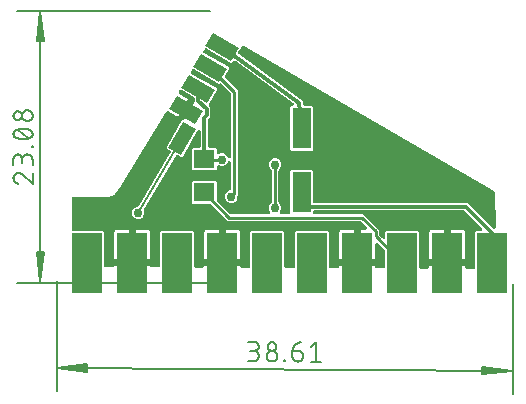
<source format=gtl>
G04 EAGLE Gerber RS-274X export*
G75*
%MOMM*%
%FSLAX34Y34*%
%LPD*%
%INTop Copper*%
%IPPOS*%
%AMOC8*
5,1,8,0,0,1.08239X$1,22.5*%
G01*
%ADD10C,0.130000*%
%ADD11C,0.152400*%
%ADD12R,2.540000X5.080000*%
%ADD13R,1.600000X3.500000*%
%ADD14R,1.270000X2.540000*%
%ADD15R,1.803000X1.600000*%
%ADD16C,0.299719*%
%ADD17C,0.254000*%
%ADD18C,0.756400*%
%ADD19C,0.706400*%
%ADD20C,0.203200*%

G36*
X276410Y10389D02*
X276410Y10389D01*
X276449Y10387D01*
X276581Y10408D01*
X276714Y10423D01*
X276751Y10436D01*
X276790Y10443D01*
X276913Y10494D01*
X277039Y10539D01*
X277073Y10560D01*
X277109Y10576D01*
X277217Y10654D01*
X277330Y10727D01*
X277357Y10755D01*
X277389Y10778D01*
X277476Y10879D01*
X277569Y10976D01*
X277590Y11010D01*
X277615Y11039D01*
X277677Y11158D01*
X277745Y11273D01*
X277757Y11311D01*
X277776Y11346D01*
X277809Y11475D01*
X277849Y11603D01*
X277852Y11642D01*
X277862Y11680D01*
X277875Y11883D01*
X277875Y24892D01*
X277859Y25031D01*
X277849Y25171D01*
X277839Y25203D01*
X277835Y25235D01*
X277788Y25367D01*
X277746Y25501D01*
X277729Y25529D01*
X277718Y25560D01*
X277641Y25678D01*
X277570Y25798D01*
X277541Y25832D01*
X277529Y25850D01*
X277505Y25872D01*
X277437Y25951D01*
X271798Y31590D01*
X271716Y31655D01*
X271640Y31727D01*
X271581Y31762D01*
X271527Y31805D01*
X271432Y31849D01*
X271342Y31902D01*
X271276Y31922D01*
X271214Y31951D01*
X271112Y31973D01*
X271012Y32004D01*
X270943Y32008D01*
X270876Y32022D01*
X270771Y32020D01*
X270667Y32027D01*
X270599Y32016D01*
X270530Y32014D01*
X270429Y31988D01*
X270326Y31971D01*
X270263Y31944D01*
X270196Y31927D01*
X270103Y31878D01*
X270007Y31838D01*
X269951Y31798D01*
X269890Y31765D01*
X269811Y31697D01*
X269727Y31635D01*
X269682Y31583D01*
X269630Y31538D01*
X269569Y31453D01*
X269501Y31374D01*
X269469Y31313D01*
X269429Y31257D01*
X269389Y31161D01*
X269340Y31068D01*
X269323Y31001D01*
X269297Y30938D01*
X269280Y30834D01*
X269254Y30733D01*
X269247Y30629D01*
X269242Y30596D01*
X269244Y30575D01*
X269241Y30531D01*
X269241Y18236D01*
X256996Y18236D01*
X256996Y43181D01*
X260542Y43181D01*
X260646Y43193D01*
X260750Y43195D01*
X260817Y43213D01*
X260885Y43221D01*
X260984Y43256D01*
X261085Y43283D01*
X261146Y43315D01*
X261210Y43338D01*
X261298Y43395D01*
X261390Y43444D01*
X261442Y43489D01*
X261500Y43527D01*
X261572Y43603D01*
X261651Y43671D01*
X261691Y43727D01*
X261738Y43777D01*
X261791Y43867D01*
X261852Y43952D01*
X261878Y44016D01*
X261913Y44075D01*
X261944Y44175D01*
X261984Y44272D01*
X261995Y44340D01*
X262015Y44405D01*
X262022Y44510D01*
X262039Y44613D01*
X262034Y44682D01*
X262038Y44750D01*
X262021Y44853D01*
X262014Y44958D01*
X261993Y45023D01*
X261982Y45091D01*
X261942Y45188D01*
X261911Y45287D01*
X261876Y45347D01*
X261849Y45410D01*
X261788Y45495D01*
X261735Y45585D01*
X261666Y45664D01*
X261647Y45690D01*
X261630Y45704D01*
X261601Y45738D01*
X257232Y50107D01*
X257123Y50194D01*
X257017Y50285D01*
X256987Y50301D01*
X256961Y50321D01*
X256834Y50381D01*
X256710Y50446D01*
X256679Y50454D01*
X256649Y50468D01*
X256511Y50497D01*
X256376Y50532D01*
X256332Y50534D01*
X256310Y50539D01*
X256277Y50538D01*
X256173Y50545D01*
X144642Y50545D01*
X130471Y64717D01*
X130361Y64804D01*
X130255Y64895D01*
X130226Y64911D01*
X130200Y64931D01*
X130073Y64991D01*
X129949Y65056D01*
X129917Y65064D01*
X129887Y65078D01*
X129750Y65107D01*
X129614Y65142D01*
X129570Y65145D01*
X129549Y65149D01*
X129516Y65148D01*
X129412Y65155D01*
X114813Y65155D01*
X113920Y66048D01*
X113920Y83312D01*
X114813Y84205D01*
X134107Y84205D01*
X135000Y83312D01*
X135000Y68713D01*
X135016Y68574D01*
X135026Y68434D01*
X135036Y68402D01*
X135040Y68370D01*
X135087Y68238D01*
X135129Y68104D01*
X135146Y68076D01*
X135157Y68045D01*
X135234Y67927D01*
X135305Y67807D01*
X135334Y67773D01*
X135346Y67755D01*
X135370Y67733D01*
X135438Y67654D01*
X146519Y56573D01*
X146629Y56486D01*
X146735Y56395D01*
X146764Y56379D01*
X146790Y56359D01*
X146917Y56299D01*
X147041Y56234D01*
X147073Y56226D01*
X147103Y56212D01*
X147240Y56183D01*
X147376Y56148D01*
X147420Y56145D01*
X147441Y56141D01*
X147474Y56142D01*
X147578Y56135D01*
X178870Y56135D01*
X178974Y56147D01*
X179079Y56149D01*
X179145Y56167D01*
X179214Y56175D01*
X179312Y56210D01*
X179413Y56237D01*
X179474Y56269D01*
X179539Y56292D01*
X179626Y56349D01*
X179719Y56398D01*
X179771Y56443D01*
X179828Y56481D01*
X179900Y56557D01*
X179979Y56625D01*
X180019Y56681D01*
X180066Y56731D01*
X180119Y56821D01*
X180180Y56906D01*
X180206Y56970D01*
X180241Y57029D01*
X180272Y57129D01*
X180312Y57226D01*
X180323Y57294D01*
X180343Y57359D01*
X180350Y57464D01*
X180367Y57567D01*
X180362Y57636D01*
X180366Y57704D01*
X180349Y57807D01*
X180342Y57912D01*
X180321Y57978D01*
X180310Y58045D01*
X180270Y58142D01*
X180239Y58242D01*
X180204Y58301D01*
X180177Y58364D01*
X180116Y58449D01*
X180063Y58539D01*
X180044Y58561D01*
X179224Y60539D01*
X179224Y62651D01*
X180032Y64601D01*
X181298Y65866D01*
X181385Y65976D01*
X181476Y66082D01*
X181492Y66111D01*
X181512Y66137D01*
X181572Y66264D01*
X181637Y66388D01*
X181645Y66420D01*
X181659Y66450D01*
X181688Y66588D01*
X181700Y66634D01*
X181711Y66671D01*
X181712Y66682D01*
X181723Y66723D01*
X181726Y66767D01*
X181730Y66788D01*
X181729Y66821D01*
X181736Y66926D01*
X181736Y92840D01*
X181720Y92980D01*
X181710Y93119D01*
X181700Y93151D01*
X181696Y93184D01*
X181649Y93316D01*
X181607Y93449D01*
X181590Y93478D01*
X181579Y93509D01*
X181502Y93626D01*
X181431Y93747D01*
X181402Y93780D01*
X181390Y93798D01*
X181366Y93821D01*
X181298Y93900D01*
X180032Y95165D01*
X179224Y97115D01*
X179224Y99227D01*
X180032Y101177D01*
X181525Y102670D01*
X183475Y103478D01*
X185587Y103478D01*
X187537Y102670D01*
X189030Y101177D01*
X189838Y99227D01*
X189838Y97115D01*
X189030Y95165D01*
X187764Y93900D01*
X187677Y93790D01*
X187586Y93684D01*
X187570Y93655D01*
X187550Y93629D01*
X187490Y93502D01*
X187425Y93378D01*
X187417Y93346D01*
X187403Y93316D01*
X187374Y93178D01*
X187339Y93043D01*
X187336Y92999D01*
X187332Y92978D01*
X187333Y92945D01*
X187326Y92840D01*
X187326Y66926D01*
X187329Y66897D01*
X187327Y66873D01*
X187342Y66784D01*
X187352Y66647D01*
X187362Y66615D01*
X187366Y66582D01*
X187384Y66533D01*
X187384Y66532D01*
X187385Y66529D01*
X187413Y66450D01*
X187455Y66317D01*
X187472Y66288D01*
X187483Y66257D01*
X187560Y66140D01*
X187631Y66019D01*
X187660Y65986D01*
X187672Y65968D01*
X187696Y65945D01*
X187764Y65866D01*
X189030Y64601D01*
X189838Y62651D01*
X189838Y60539D01*
X189016Y58556D01*
X188996Y58534D01*
X188961Y58475D01*
X188918Y58421D01*
X188874Y58326D01*
X188821Y58236D01*
X188800Y58170D01*
X188771Y58108D01*
X188750Y58006D01*
X188719Y57906D01*
X188714Y57837D01*
X188700Y57770D01*
X188703Y57665D01*
X188696Y57561D01*
X188707Y57493D01*
X188708Y57424D01*
X188735Y57323D01*
X188752Y57220D01*
X188778Y57157D01*
X188796Y57090D01*
X188844Y56997D01*
X188885Y56901D01*
X188925Y56845D01*
X188957Y56785D01*
X189026Y56705D01*
X189087Y56621D01*
X189139Y56576D01*
X189184Y56524D01*
X189269Y56463D01*
X189348Y56395D01*
X189409Y56363D01*
X189465Y56323D01*
X189562Y56283D01*
X189655Y56234D01*
X189721Y56217D01*
X189785Y56191D01*
X189888Y56174D01*
X189989Y56148D01*
X190093Y56141D01*
X190126Y56136D01*
X190148Y56138D01*
X190192Y56135D01*
X195987Y56135D01*
X196023Y56139D01*
X196059Y56136D01*
X196194Y56159D01*
X196331Y56175D01*
X196365Y56187D01*
X196400Y56193D01*
X196527Y56245D01*
X196656Y56292D01*
X196686Y56312D01*
X196719Y56326D01*
X196830Y56406D01*
X196945Y56481D01*
X196970Y56507D01*
X196999Y56528D01*
X197089Y56632D01*
X197184Y56731D01*
X197202Y56762D01*
X197225Y56789D01*
X197289Y56911D01*
X197358Y57029D01*
X197369Y57064D01*
X197386Y57095D01*
X197420Y57228D01*
X197460Y57359D01*
X197463Y57395D01*
X197472Y57430D01*
X197485Y57633D01*
X197485Y93113D01*
X198378Y94006D01*
X215642Y94006D01*
X216535Y93113D01*
X216535Y67183D01*
X216539Y67147D01*
X216536Y67112D01*
X216559Y66976D01*
X216575Y66840D01*
X216587Y66806D01*
X216593Y66771D01*
X216645Y66644D01*
X216692Y66515D01*
X216712Y66485D01*
X216726Y66452D01*
X216806Y66340D01*
X216881Y66225D01*
X216907Y66201D01*
X216928Y66171D01*
X217032Y66082D01*
X217131Y65987D01*
X217162Y65969D01*
X217189Y65945D01*
X217311Y65882D01*
X217429Y65812D01*
X217464Y65802D01*
X217495Y65785D01*
X217628Y65751D01*
X217759Y65710D01*
X217795Y65708D01*
X217830Y65699D01*
X218033Y65685D01*
X347149Y65685D01*
X368645Y44189D01*
X368733Y44120D01*
X368816Y44043D01*
X368869Y44013D01*
X368916Y43975D01*
X369018Y43927D01*
X369116Y43871D01*
X369174Y43854D01*
X369229Y43828D01*
X369339Y43805D01*
X369447Y43773D01*
X369508Y43769D01*
X369567Y43757D01*
X369680Y43760D01*
X369792Y43753D01*
X369852Y43764D01*
X369913Y43765D01*
X370022Y43793D01*
X370132Y43813D01*
X370188Y43837D01*
X370247Y43852D01*
X370347Y43905D01*
X370450Y43949D01*
X370499Y43985D01*
X370553Y44014D01*
X370638Y44088D01*
X370728Y44155D01*
X370767Y44201D01*
X370813Y44241D01*
X370879Y44333D01*
X370951Y44418D01*
X370979Y44473D01*
X371014Y44522D01*
X371057Y44626D01*
X371108Y44726D01*
X371123Y44785D01*
X371146Y44842D01*
X371164Y44952D01*
X371191Y45062D01*
X371196Y45151D01*
X371201Y45183D01*
X371199Y45208D01*
X371202Y45264D01*
X370894Y74257D01*
X370875Y74410D01*
X370859Y74563D01*
X370853Y74581D01*
X370851Y74599D01*
X370797Y74744D01*
X370746Y74890D01*
X370736Y74906D01*
X370730Y74923D01*
X370645Y75051D01*
X370562Y75182D01*
X370548Y75195D01*
X370538Y75211D01*
X370425Y75316D01*
X370315Y75424D01*
X370295Y75437D01*
X370285Y75446D01*
X370261Y75461D01*
X370147Y75537D01*
X157792Y198421D01*
X157695Y198463D01*
X157603Y198513D01*
X157537Y198531D01*
X157475Y198558D01*
X157371Y198577D01*
X157269Y198605D01*
X157202Y198607D01*
X157134Y198620D01*
X157029Y198614D01*
X156924Y198618D01*
X156857Y198605D01*
X156789Y198601D01*
X156688Y198571D01*
X156585Y198551D01*
X156523Y198523D01*
X156458Y198504D01*
X156366Y198452D01*
X156270Y198409D01*
X156216Y198367D01*
X156157Y198333D01*
X156080Y198262D01*
X155996Y198198D01*
X155953Y198145D01*
X155904Y198099D01*
X155845Y198011D01*
X155778Y197930D01*
X155749Y197868D01*
X155711Y197812D01*
X155673Y197714D01*
X155627Y197619D01*
X155613Y197552D01*
X155589Y197489D01*
X155575Y197384D01*
X155552Y197282D01*
X155553Y197213D01*
X155544Y197146D01*
X155547Y197118D01*
X153462Y193507D01*
X153430Y193433D01*
X153391Y193367D01*
X153377Y193322D01*
X153352Y193271D01*
X153342Y193230D01*
X153325Y193190D01*
X153309Y193099D01*
X153289Y193036D01*
X153287Y192998D01*
X153272Y192935D01*
X153272Y192892D01*
X153264Y192850D01*
X153270Y192747D01*
X153266Y192692D01*
X153271Y192661D01*
X153271Y192590D01*
X153281Y192548D01*
X153283Y192505D01*
X153315Y192397D01*
X153322Y192351D01*
X153332Y192328D01*
X153349Y192253D01*
X153368Y192214D01*
X153380Y192173D01*
X153440Y192069D01*
X153455Y192032D01*
X153466Y192016D01*
X153502Y191943D01*
X153530Y191910D01*
X153551Y191873D01*
X153637Y191780D01*
X153658Y191752D01*
X153669Y191742D01*
X153723Y191677D01*
X153768Y191639D01*
X153786Y191619D01*
X153813Y191602D01*
X153878Y191547D01*
X205522Y153987D01*
X205600Y153944D01*
X205672Y153892D01*
X205750Y153859D01*
X205824Y153818D01*
X205909Y153793D01*
X205984Y153762D01*
X206936Y152964D01*
X206961Y152947D01*
X207017Y152900D01*
X208004Y152182D01*
X208111Y150967D01*
X208117Y150937D01*
X208124Y150864D01*
X208376Y149270D01*
X208400Y149181D01*
X208415Y149091D01*
X208447Y149016D01*
X208469Y148937D01*
X208513Y148857D01*
X208548Y148772D01*
X208596Y148706D01*
X208635Y148634D01*
X208697Y148566D01*
X208751Y148492D01*
X208812Y148439D01*
X208867Y148378D01*
X208942Y148326D01*
X209012Y148266D01*
X209084Y148228D01*
X209151Y148181D01*
X209237Y148148D01*
X209318Y148105D01*
X209397Y148085D01*
X209473Y148055D01*
X209564Y148042D01*
X209653Y148019D01*
X209786Y148010D01*
X209815Y148006D01*
X209829Y148008D01*
X209855Y148006D01*
X215642Y148006D01*
X216535Y147113D01*
X216535Y110849D01*
X215642Y109956D01*
X198378Y109956D01*
X197485Y110849D01*
X197485Y147113D01*
X198378Y148006D01*
X198861Y148006D01*
X198909Y148011D01*
X198958Y148009D01*
X199081Y148031D01*
X199204Y148046D01*
X199250Y148062D01*
X199298Y148071D01*
X199412Y148121D01*
X199529Y148163D01*
X199570Y148190D01*
X199615Y148209D01*
X199714Y148284D01*
X199818Y148352D01*
X199852Y148387D01*
X199891Y148416D01*
X199971Y148512D01*
X200057Y148602D01*
X200082Y148644D01*
X200113Y148682D01*
X200169Y148793D01*
X200232Y148900D01*
X200246Y148947D01*
X200268Y148990D01*
X200297Y149111D01*
X200333Y149230D01*
X200337Y149279D01*
X200348Y149327D01*
X200348Y149451D01*
X200357Y149575D01*
X200349Y149623D01*
X200349Y149672D01*
X200321Y149794D01*
X200301Y149916D01*
X200282Y149961D01*
X200271Y150009D01*
X200216Y150120D01*
X200168Y150235D01*
X200139Y150275D01*
X200118Y150318D01*
X200038Y150415D01*
X199965Y150515D01*
X199929Y150547D01*
X199897Y150585D01*
X199742Y150715D01*
X151094Y186095D01*
X150994Y186152D01*
X150899Y186215D01*
X150844Y186236D01*
X150793Y186265D01*
X150683Y186297D01*
X150576Y186337D01*
X150517Y186345D01*
X150461Y186361D01*
X150346Y186367D01*
X150233Y186382D01*
X150174Y186376D01*
X150116Y186379D01*
X150003Y186358D01*
X149889Y186346D01*
X149834Y186327D01*
X149776Y186316D01*
X149671Y186271D01*
X149562Y186233D01*
X149513Y186202D01*
X149459Y186178D01*
X149367Y186109D01*
X149271Y186048D01*
X149230Y186006D01*
X149183Y185971D01*
X149109Y185883D01*
X149029Y185801D01*
X148981Y185730D01*
X148961Y185706D01*
X148949Y185682D01*
X148916Y185633D01*
X148528Y184961D01*
X147308Y184635D01*
X126744Y196507D01*
X126731Y196513D01*
X126718Y196522D01*
X126572Y196582D01*
X126427Y196644D01*
X126412Y196647D01*
X126398Y196652D01*
X126242Y196677D01*
X126087Y196705D01*
X126072Y196704D01*
X126057Y196706D01*
X125899Y196695D01*
X125742Y196686D01*
X125727Y196682D01*
X125712Y196681D01*
X125561Y196633D01*
X125410Y196589D01*
X125397Y196581D01*
X125383Y196576D01*
X125247Y196496D01*
X125110Y196418D01*
X125099Y196407D01*
X125086Y196400D01*
X124972Y196290D01*
X124857Y196183D01*
X124848Y196170D01*
X124837Y196160D01*
X124720Y195994D01*
X123812Y194518D01*
X123788Y194466D01*
X123756Y194419D01*
X123715Y194310D01*
X123666Y194204D01*
X123654Y194149D01*
X123634Y194096D01*
X123619Y193980D01*
X123596Y193866D01*
X123597Y193809D01*
X123590Y193753D01*
X123602Y193637D01*
X123605Y193521D01*
X123619Y193466D01*
X123625Y193409D01*
X123663Y193299D01*
X123693Y193186D01*
X123720Y193136D01*
X123738Y193083D01*
X123801Y192984D01*
X123855Y192881D01*
X123893Y192839D01*
X123923Y192791D01*
X124007Y192709D01*
X124083Y192622D01*
X124130Y192589D01*
X124170Y192549D01*
X124339Y192436D01*
X145023Y180494D01*
X145350Y179274D01*
X141975Y173428D01*
X141969Y173416D01*
X141962Y173405D01*
X141901Y173257D01*
X141837Y173111D01*
X141835Y173098D01*
X141830Y173086D01*
X141805Y172927D01*
X141777Y172770D01*
X141777Y172758D01*
X141775Y172745D01*
X141787Y172584D01*
X141795Y172425D01*
X141799Y172413D01*
X141800Y172400D01*
X141848Y172247D01*
X141893Y172094D01*
X141899Y172083D01*
X141903Y172070D01*
X141985Y171932D01*
X142064Y171793D01*
X142073Y171784D01*
X142079Y171773D01*
X142213Y171620D01*
X152655Y161178D01*
X152655Y72112D01*
X152640Y72056D01*
X152637Y72012D01*
X152633Y71991D01*
X152634Y71958D01*
X152627Y71854D01*
X152627Y70064D01*
X151819Y68114D01*
X150326Y66621D01*
X148376Y65813D01*
X146264Y65813D01*
X144314Y66621D01*
X142821Y68114D01*
X142013Y70064D01*
X142013Y72176D01*
X142821Y74126D01*
X144314Y75619D01*
X146141Y76375D01*
X146218Y76418D01*
X146299Y76452D01*
X146368Y76502D01*
X146443Y76544D01*
X146508Y76603D01*
X146579Y76655D01*
X146635Y76719D01*
X146698Y76777D01*
X146748Y76849D01*
X146805Y76916D01*
X146845Y76991D01*
X146893Y77062D01*
X146925Y77144D01*
X146966Y77222D01*
X146987Y77305D01*
X147018Y77384D01*
X147030Y77471D01*
X147052Y77557D01*
X147061Y77700D01*
X147065Y77726D01*
X147064Y77738D01*
X147065Y77759D01*
X147065Y99793D01*
X147059Y99845D01*
X147062Y99897D01*
X147039Y100016D01*
X147025Y100136D01*
X147008Y100185D01*
X146998Y100237D01*
X146949Y100347D01*
X146908Y100461D01*
X146879Y100505D01*
X146858Y100553D01*
X146785Y100649D01*
X146719Y100751D01*
X146681Y100787D01*
X146650Y100829D01*
X146556Y100906D01*
X146469Y100989D01*
X146424Y101016D01*
X146383Y101049D01*
X146275Y101103D01*
X146171Y101164D01*
X146121Y101179D01*
X146074Y101203D01*
X145956Y101230D01*
X145841Y101266D01*
X145788Y101269D01*
X145737Y101281D01*
X145616Y101281D01*
X145496Y101289D01*
X145444Y101280D01*
X145392Y101280D01*
X145274Y101252D01*
X145155Y101233D01*
X145107Y101213D01*
X145055Y101200D01*
X144947Y101146D01*
X144836Y101100D01*
X144793Y101069D01*
X144746Y101046D01*
X144653Y100968D01*
X144556Y100897D01*
X144521Y100858D01*
X144481Y100824D01*
X144409Y100727D01*
X144330Y100636D01*
X144305Y100590D01*
X144274Y100548D01*
X144184Y100366D01*
X143818Y99483D01*
X142325Y97990D01*
X140375Y97182D01*
X138263Y97182D01*
X137071Y97676D01*
X136920Y97719D01*
X136771Y97765D01*
X136754Y97766D01*
X136738Y97771D01*
X136582Y97778D01*
X136426Y97789D01*
X136410Y97786D01*
X136393Y97787D01*
X136239Y97758D01*
X136085Y97732D01*
X136070Y97726D01*
X136053Y97723D01*
X135910Y97659D01*
X135766Y97599D01*
X135753Y97590D01*
X135737Y97583D01*
X135613Y97489D01*
X135486Y97397D01*
X135475Y97385D01*
X135462Y97375D01*
X135362Y97254D01*
X135260Y97136D01*
X135252Y97121D01*
X135241Y97108D01*
X135172Y96968D01*
X135099Y96830D01*
X135095Y96814D01*
X135088Y96799D01*
X135052Y96646D01*
X135013Y96495D01*
X135012Y96474D01*
X135009Y96462D01*
X135009Y96435D01*
X135000Y96292D01*
X135000Y94488D01*
X134107Y93595D01*
X114813Y93595D01*
X113920Y94488D01*
X113920Y111752D01*
X114813Y112645D01*
X119939Y112645D01*
X119975Y112649D01*
X120010Y112646D01*
X120146Y112669D01*
X120282Y112685D01*
X120316Y112697D01*
X120351Y112703D01*
X120478Y112755D01*
X120607Y112802D01*
X120637Y112822D01*
X120670Y112836D01*
X120782Y112916D01*
X120897Y112991D01*
X120921Y113017D01*
X120951Y113038D01*
X121040Y113142D01*
X121135Y113241D01*
X121153Y113272D01*
X121177Y113299D01*
X121240Y113421D01*
X121310Y113539D01*
X121320Y113574D01*
X121337Y113605D01*
X121371Y113738D01*
X121412Y113869D01*
X121414Y113905D01*
X121423Y113940D01*
X121437Y114143D01*
X121437Y125843D01*
X121422Y125969D01*
X121415Y126096D01*
X121402Y126140D01*
X121397Y126186D01*
X121353Y126306D01*
X121318Y126428D01*
X121295Y126468D01*
X121279Y126511D01*
X121210Y126618D01*
X121147Y126728D01*
X121116Y126762D01*
X121090Y126800D01*
X120998Y126888D01*
X120912Y126982D01*
X120874Y127007D01*
X120840Y127039D01*
X120730Y127103D01*
X120625Y127174D01*
X120582Y127190D01*
X120542Y127214D01*
X120420Y127251D01*
X120301Y127296D01*
X120256Y127302D01*
X120212Y127315D01*
X120085Y127324D01*
X119959Y127340D01*
X119913Y127336D01*
X119867Y127339D01*
X119742Y127318D01*
X119615Y127305D01*
X119571Y127290D01*
X119526Y127283D01*
X119409Y127234D01*
X119288Y127192D01*
X119250Y127167D01*
X119207Y127150D01*
X119104Y127075D01*
X118996Y127007D01*
X118964Y126974D01*
X118927Y126947D01*
X118844Y126851D01*
X118755Y126760D01*
X118719Y126707D01*
X118701Y126686D01*
X118686Y126658D01*
X118642Y126592D01*
X106199Y105040D01*
X104979Y104713D01*
X102258Y106284D01*
X102234Y106295D01*
X102212Y106310D01*
X102075Y106363D01*
X101941Y106421D01*
X101915Y106426D01*
X101890Y106436D01*
X101745Y106456D01*
X101600Y106482D01*
X101574Y106481D01*
X101548Y106484D01*
X101401Y106471D01*
X101255Y106463D01*
X101230Y106456D01*
X101204Y106454D01*
X101064Y106407D01*
X100924Y106366D01*
X100901Y106353D01*
X100876Y106345D01*
X100751Y106268D01*
X100623Y106195D01*
X100604Y106177D01*
X100581Y106163D01*
X100478Y106060D01*
X100370Y105960D01*
X100355Y105938D01*
X100337Y105919D01*
X100221Y105752D01*
X73435Y60687D01*
X73405Y60618D01*
X73365Y60555D01*
X73334Y60461D01*
X73294Y60371D01*
X73280Y60298D01*
X73256Y60227D01*
X73248Y60129D01*
X73229Y60032D01*
X73232Y59957D01*
X73226Y59883D01*
X73239Y59785D01*
X73244Y59687D01*
X73264Y59615D01*
X73274Y59540D01*
X73335Y59361D01*
X73337Y59354D01*
X73338Y59352D01*
X73339Y59348D01*
X73760Y58333D01*
X73760Y56221D01*
X72952Y54271D01*
X71459Y52778D01*
X69509Y51970D01*
X67397Y51970D01*
X65447Y52778D01*
X63954Y54271D01*
X63146Y56221D01*
X63146Y58333D01*
X63954Y60283D01*
X65447Y61776D01*
X67397Y62584D01*
X67799Y62584D01*
X67951Y62601D01*
X68105Y62615D01*
X68123Y62621D01*
X68143Y62624D01*
X68287Y62676D01*
X68433Y62724D01*
X68449Y62734D01*
X68468Y62741D01*
X68596Y62825D01*
X68727Y62905D01*
X68741Y62919D01*
X68757Y62930D01*
X68863Y63041D01*
X68972Y63149D01*
X68986Y63170D01*
X68996Y63180D01*
X69010Y63205D01*
X69087Y63316D01*
X95801Y108261D01*
X95819Y108302D01*
X95845Y108340D01*
X95890Y108459D01*
X95942Y108576D01*
X95951Y108621D01*
X95967Y108663D01*
X95983Y108790D01*
X96007Y108916D01*
X96005Y108961D01*
X96011Y109006D01*
X95998Y109133D01*
X95993Y109261D01*
X95980Y109305D01*
X95976Y109350D01*
X95934Y109471D01*
X95899Y109594D01*
X95877Y109633D01*
X95863Y109676D01*
X95794Y109784D01*
X95732Y109896D01*
X95702Y109930D01*
X95678Y109968D01*
X95586Y110058D01*
X95501Y110152D01*
X95463Y110178D01*
X95431Y110210D01*
X95262Y110323D01*
X92886Y111695D01*
X92560Y112915D01*
X105891Y136006D01*
X107330Y136391D01*
X107461Y136443D01*
X107593Y136489D01*
X107621Y136507D01*
X107651Y136519D01*
X107767Y136599D01*
X107885Y136674D01*
X107908Y136697D01*
X107935Y136716D01*
X108029Y136821D01*
X108127Y136921D01*
X108151Y136958D01*
X108166Y136974D01*
X108181Y137002D01*
X108240Y137089D01*
X111066Y141984D01*
X111080Y142017D01*
X111100Y142047D01*
X111148Y142175D01*
X111203Y142301D01*
X111209Y142337D01*
X111222Y142370D01*
X111239Y142506D01*
X111263Y142641D01*
X111262Y142677D01*
X111266Y142713D01*
X111252Y142850D01*
X111245Y142986D01*
X111235Y143021D01*
X111231Y143057D01*
X111186Y143186D01*
X111147Y143318D01*
X111129Y143349D01*
X111118Y143383D01*
X111044Y143499D01*
X110976Y143618D01*
X110952Y143645D01*
X110933Y143675D01*
X110835Y143771D01*
X110741Y143872D01*
X110711Y143892D01*
X110686Y143917D01*
X110517Y144030D01*
X107922Y145529D01*
X107889Y145543D01*
X107859Y145563D01*
X107731Y145611D01*
X107605Y145666D01*
X107569Y145672D01*
X107535Y145685D01*
X107399Y145702D01*
X107264Y145726D01*
X107229Y145724D01*
X107193Y145729D01*
X107056Y145715D01*
X106919Y145708D01*
X106885Y145697D01*
X106849Y145694D01*
X106719Y145649D01*
X106588Y145610D01*
X106557Y145592D01*
X106522Y145581D01*
X106406Y145507D01*
X106287Y145439D01*
X106261Y145415D01*
X106231Y145396D01*
X106135Y145298D01*
X106034Y145204D01*
X106014Y145174D01*
X105989Y145149D01*
X105876Y144980D01*
X102180Y138579D01*
X94021Y143289D01*
X94007Y143295D01*
X93995Y143304D01*
X93849Y143364D01*
X93704Y143426D01*
X93689Y143429D01*
X93675Y143435D01*
X93518Y143459D01*
X93363Y143487D01*
X93348Y143486D01*
X93333Y143489D01*
X93175Y143477D01*
X93018Y143468D01*
X93004Y143464D01*
X92989Y143463D01*
X92838Y143415D01*
X92687Y143371D01*
X92674Y143363D01*
X92659Y143359D01*
X92524Y143278D01*
X92386Y143200D01*
X92375Y143190D01*
X92362Y143182D01*
X92249Y143072D01*
X92133Y142965D01*
X92125Y142952D01*
X92114Y142942D01*
X91996Y142776D01*
X51904Y77576D01*
X51897Y77560D01*
X51886Y77546D01*
X51796Y77365D01*
X51308Y76185D01*
X50760Y75638D01*
X50714Y75580D01*
X50661Y75528D01*
X50550Y75372D01*
X50546Y75367D01*
X50545Y75365D01*
X50544Y75363D01*
X50138Y74704D01*
X49104Y73955D01*
X49091Y73943D01*
X49076Y73934D01*
X48924Y73801D01*
X48021Y72898D01*
X47306Y72602D01*
X47241Y72566D01*
X47172Y72539D01*
X47009Y72436D01*
X47004Y72434D01*
X47003Y72433D01*
X47000Y72431D01*
X46373Y71977D01*
X45131Y71681D01*
X45115Y71675D01*
X45098Y71673D01*
X44906Y71608D01*
X43726Y71119D01*
X42952Y71119D01*
X42879Y71111D01*
X42805Y71112D01*
X42614Y71080D01*
X42609Y71079D01*
X42607Y71079D01*
X42605Y71078D01*
X41852Y70899D01*
X40591Y71100D01*
X40574Y71101D01*
X40557Y71106D01*
X40354Y71119D01*
X13931Y71119D01*
X13903Y71116D01*
X13875Y71118D01*
X13732Y71096D01*
X13588Y71079D01*
X13561Y71070D01*
X13534Y71066D01*
X13399Y71011D01*
X13263Y70962D01*
X13239Y70947D01*
X13213Y70936D01*
X13095Y70852D01*
X12973Y70773D01*
X12954Y70753D01*
X12931Y70737D01*
X12835Y70628D01*
X12735Y70523D01*
X12721Y70499D01*
X12702Y70478D01*
X12633Y70350D01*
X12560Y70225D01*
X12552Y70198D01*
X12538Y70174D01*
X12501Y70033D01*
X12458Y69895D01*
X12456Y69867D01*
X12449Y69840D01*
X12433Y69638D01*
X12154Y43679D01*
X12159Y43635D01*
X12156Y43591D01*
X12177Y43464D01*
X12191Y43335D01*
X12205Y43293D01*
X12212Y43250D01*
X12262Y43131D01*
X12305Y43009D01*
X12328Y42972D01*
X12345Y42931D01*
X12421Y42826D01*
X12490Y42717D01*
X12522Y42687D01*
X12548Y42651D01*
X12645Y42566D01*
X12738Y42476D01*
X12776Y42453D01*
X12809Y42425D01*
X12923Y42365D01*
X13034Y42298D01*
X13076Y42285D01*
X13115Y42264D01*
X13240Y42232D01*
X13363Y42193D01*
X13407Y42189D01*
X13450Y42178D01*
X13652Y42165D01*
X38732Y42165D01*
X39625Y41272D01*
X39625Y12989D01*
X39627Y12966D01*
X39626Y12950D01*
X39628Y12944D01*
X39626Y12925D01*
X39648Y12786D01*
X39665Y12646D01*
X39676Y12615D01*
X39681Y12583D01*
X39734Y12453D01*
X39782Y12321D01*
X39800Y12294D01*
X39812Y12264D01*
X39894Y12149D01*
X39971Y12032D01*
X39994Y12009D01*
X40013Y11983D01*
X40119Y11890D01*
X40221Y11793D01*
X40249Y11777D01*
X40273Y11755D01*
X40398Y11689D01*
X40519Y11618D01*
X40550Y11609D01*
X40579Y11594D01*
X40715Y11558D01*
X40849Y11517D01*
X40882Y11514D01*
X40913Y11506D01*
X41116Y11491D01*
X46754Y11465D01*
X46794Y11469D01*
X46833Y11467D01*
X46965Y11488D01*
X47098Y11503D01*
X47135Y11516D01*
X47174Y11523D01*
X47297Y11574D01*
X47423Y11619D01*
X47457Y11641D01*
X47493Y11656D01*
X47601Y11734D01*
X47714Y11807D01*
X47741Y11835D01*
X47773Y11858D01*
X47860Y11959D01*
X47953Y12056D01*
X47974Y12090D01*
X47999Y12119D01*
X48061Y12238D01*
X48065Y12244D01*
X62001Y12244D01*
X62037Y12248D01*
X62073Y12245D01*
X62208Y12268D01*
X62345Y12283D01*
X62378Y12296D01*
X62414Y12302D01*
X62540Y12354D01*
X62670Y12401D01*
X62700Y12421D01*
X62733Y12434D01*
X62844Y12515D01*
X62959Y12590D01*
X62984Y12616D01*
X63013Y12637D01*
X63103Y12740D01*
X63197Y12840D01*
X63216Y12871D01*
X63239Y12898D01*
X63303Y13020D01*
X63372Y13138D01*
X63383Y13173D01*
X63400Y13204D01*
X63434Y13337D01*
X63474Y13468D01*
X63476Y13504D01*
X63485Y13539D01*
X63499Y13741D01*
X63499Y15241D01*
X63501Y15241D01*
X63501Y13741D01*
X63505Y13706D01*
X63503Y13670D01*
X63525Y13534D01*
X63541Y13398D01*
X63553Y13364D01*
X63559Y13329D01*
X63612Y13202D01*
X63658Y13073D01*
X63678Y13043D01*
X63692Y13010D01*
X63772Y12899D01*
X63847Y12784D01*
X63873Y12759D01*
X63894Y12730D01*
X63998Y12640D01*
X64097Y12545D01*
X64128Y12527D01*
X64155Y12504D01*
X64277Y12440D01*
X64395Y12371D01*
X64430Y12360D01*
X64462Y12343D01*
X64594Y12309D01*
X64726Y12269D01*
X64761Y12266D01*
X64796Y12257D01*
X64999Y12244D01*
X78860Y12244D01*
X78898Y12137D01*
X78916Y12110D01*
X78928Y12080D01*
X79010Y11965D01*
X79087Y11848D01*
X79110Y11825D01*
X79129Y11799D01*
X79235Y11706D01*
X79337Y11609D01*
X79365Y11593D01*
X79389Y11571D01*
X79514Y11506D01*
X79635Y11434D01*
X79666Y11425D01*
X79695Y11410D01*
X79831Y11374D01*
X79965Y11333D01*
X79998Y11330D01*
X80029Y11322D01*
X80232Y11307D01*
X85870Y11281D01*
X85910Y11285D01*
X85949Y11283D01*
X86081Y11304D01*
X86214Y11319D01*
X86251Y11332D01*
X86290Y11339D01*
X86413Y11390D01*
X86539Y11435D01*
X86573Y11457D01*
X86609Y11472D01*
X86717Y11550D01*
X86830Y11623D01*
X86857Y11651D01*
X86889Y11674D01*
X86977Y11775D01*
X87069Y11872D01*
X87089Y11906D01*
X87115Y11935D01*
X87177Y12054D01*
X87246Y12169D01*
X87257Y12207D01*
X87276Y12242D01*
X87309Y12371D01*
X87349Y12499D01*
X87352Y12538D01*
X87362Y12576D01*
X87375Y12779D01*
X87375Y41272D01*
X88268Y42165D01*
X114932Y42165D01*
X115825Y41272D01*
X115825Y12631D01*
X115828Y12599D01*
X115826Y12566D01*
X115848Y12427D01*
X115865Y12288D01*
X115876Y12257D01*
X115881Y12225D01*
X115934Y12095D01*
X115982Y11963D01*
X116000Y11935D01*
X116012Y11905D01*
X116094Y11791D01*
X116171Y11673D01*
X116194Y11651D01*
X116213Y11624D01*
X116319Y11532D01*
X116421Y11435D01*
X116449Y11418D01*
X116473Y11397D01*
X116598Y11331D01*
X116719Y11260D01*
X116750Y11250D01*
X116779Y11235D01*
X116915Y11200D01*
X117049Y11158D01*
X117082Y11156D01*
X117113Y11148D01*
X117316Y11133D01*
X122954Y11107D01*
X122994Y11111D01*
X123033Y11108D01*
X123165Y11130D01*
X123298Y11145D01*
X123335Y11158D01*
X123374Y11164D01*
X123497Y11216D01*
X123623Y11261D01*
X123657Y11282D01*
X123693Y11297D01*
X123801Y11376D01*
X123914Y11448D01*
X123941Y11477D01*
X123973Y11500D01*
X124061Y11601D01*
X124153Y11697D01*
X124173Y11731D01*
X124199Y11761D01*
X124261Y11879D01*
X124330Y11994D01*
X124341Y12032D01*
X124360Y12067D01*
X124393Y12196D01*
X124408Y12244D01*
X138201Y12244D01*
X138237Y12248D01*
X138273Y12245D01*
X138408Y12268D01*
X138545Y12283D01*
X138578Y12296D01*
X138614Y12302D01*
X138740Y12354D01*
X138870Y12401D01*
X138900Y12421D01*
X138933Y12434D01*
X139044Y12515D01*
X139159Y12590D01*
X139184Y12616D01*
X139213Y12637D01*
X139303Y12740D01*
X139397Y12840D01*
X139416Y12871D01*
X139439Y12898D01*
X139503Y13020D01*
X139572Y13138D01*
X139583Y13173D01*
X139600Y13204D01*
X139634Y13337D01*
X139674Y13468D01*
X139676Y13504D01*
X139685Y13539D01*
X139699Y13741D01*
X139699Y15241D01*
X139701Y15241D01*
X139701Y13741D01*
X139705Y13706D01*
X139703Y13670D01*
X139725Y13534D01*
X139741Y13398D01*
X139753Y13364D01*
X139759Y13329D01*
X139812Y13202D01*
X139858Y13073D01*
X139878Y13043D01*
X139892Y13010D01*
X139972Y12899D01*
X140047Y12784D01*
X140073Y12759D01*
X140094Y12730D01*
X140198Y12640D01*
X140297Y12545D01*
X140328Y12527D01*
X140355Y12504D01*
X140477Y12440D01*
X140595Y12371D01*
X140630Y12360D01*
X140662Y12343D01*
X140794Y12309D01*
X140926Y12269D01*
X140961Y12266D01*
X140996Y12257D01*
X141199Y12244D01*
X154964Y12244D01*
X154964Y12243D01*
X154981Y12104D01*
X154992Y12073D01*
X154997Y12041D01*
X155050Y11911D01*
X155098Y11779D01*
X155116Y11751D01*
X155128Y11721D01*
X155210Y11607D01*
X155287Y11489D01*
X155310Y11467D01*
X155329Y11440D01*
X155435Y11348D01*
X155537Y11251D01*
X155565Y11234D01*
X155589Y11213D01*
X155714Y11147D01*
X155835Y11076D01*
X155866Y11066D01*
X155895Y11051D01*
X156031Y11016D01*
X156165Y10974D01*
X156198Y10972D01*
X156229Y10964D01*
X156432Y10949D01*
X162070Y10923D01*
X162110Y10927D01*
X162149Y10924D01*
X162281Y10946D01*
X162414Y10961D01*
X162451Y10974D01*
X162490Y10980D01*
X162613Y11032D01*
X162739Y11077D01*
X162773Y11098D01*
X162809Y11113D01*
X162917Y11192D01*
X163030Y11264D01*
X163057Y11293D01*
X163089Y11316D01*
X163176Y11417D01*
X163269Y11513D01*
X163290Y11547D01*
X163315Y11577D01*
X163377Y11695D01*
X163445Y11810D01*
X163457Y11848D01*
X163476Y11883D01*
X163509Y12013D01*
X163549Y12140D01*
X163552Y12180D01*
X163562Y12218D01*
X163575Y12420D01*
X163575Y41272D01*
X164468Y42165D01*
X191132Y42165D01*
X192025Y41272D01*
X192025Y12272D01*
X192028Y12240D01*
X192026Y12208D01*
X192048Y12069D01*
X192065Y11929D01*
X192076Y11899D01*
X192081Y11867D01*
X192134Y11736D01*
X192182Y11604D01*
X192200Y11577D01*
X192212Y11547D01*
X192294Y11432D01*
X192371Y11315D01*
X192394Y11292D01*
X192413Y11266D01*
X192519Y11173D01*
X192621Y11076D01*
X192649Y11060D01*
X192673Y11038D01*
X192798Y10973D01*
X192919Y10901D01*
X192950Y10892D01*
X192979Y10877D01*
X193115Y10841D01*
X193249Y10800D01*
X193282Y10798D01*
X193313Y10789D01*
X193516Y10775D01*
X200170Y10743D01*
X200210Y10748D01*
X200249Y10745D01*
X200381Y10767D01*
X200514Y10782D01*
X200551Y10795D01*
X200590Y10801D01*
X200713Y10853D01*
X200839Y10897D01*
X200873Y10919D01*
X200909Y10934D01*
X201017Y11012D01*
X201130Y11085D01*
X201157Y11113D01*
X201189Y11137D01*
X201276Y11237D01*
X201369Y11334D01*
X201390Y11368D01*
X201415Y11398D01*
X201477Y11516D01*
X201545Y11631D01*
X201557Y11669D01*
X201576Y11704D01*
X201609Y11833D01*
X201649Y11961D01*
X201652Y12001D01*
X201662Y12039D01*
X201675Y12241D01*
X201675Y41272D01*
X202568Y42165D01*
X229232Y42165D01*
X230125Y41272D01*
X230125Y12093D01*
X230128Y12061D01*
X230126Y12029D01*
X230148Y11890D01*
X230165Y11750D01*
X230176Y11719D01*
X230181Y11687D01*
X230234Y11557D01*
X230282Y11425D01*
X230300Y11398D01*
X230312Y11368D01*
X230394Y11253D01*
X230471Y11135D01*
X230494Y11113D01*
X230513Y11087D01*
X230619Y10994D01*
X230721Y10897D01*
X230749Y10881D01*
X230773Y10859D01*
X230898Y10793D01*
X231019Y10722D01*
X231050Y10713D01*
X231079Y10698D01*
X231215Y10662D01*
X231349Y10620D01*
X231382Y10618D01*
X231413Y10610D01*
X231616Y10595D01*
X237254Y10569D01*
X237294Y10573D01*
X237333Y10571D01*
X237465Y10592D01*
X237598Y10607D01*
X237635Y10620D01*
X237674Y10627D01*
X237797Y10678D01*
X237923Y10723D01*
X237957Y10744D01*
X237993Y10760D01*
X238101Y10838D01*
X238214Y10911D01*
X238241Y10939D01*
X238273Y10962D01*
X238360Y11063D01*
X238453Y11160D01*
X238474Y11194D01*
X238499Y11223D01*
X238561Y11342D01*
X238629Y11457D01*
X238641Y11495D01*
X238660Y11530D01*
X238693Y11659D01*
X238733Y11787D01*
X238736Y11826D01*
X238746Y11864D01*
X238759Y12067D01*
X238759Y12244D01*
X252501Y12244D01*
X252537Y12248D01*
X252573Y12245D01*
X252708Y12268D01*
X252845Y12283D01*
X252878Y12296D01*
X252914Y12302D01*
X253040Y12354D01*
X253170Y12401D01*
X253200Y12421D01*
X253233Y12434D01*
X253344Y12515D01*
X253459Y12590D01*
X253484Y12616D01*
X253513Y12637D01*
X253603Y12740D01*
X253697Y12840D01*
X253716Y12871D01*
X253739Y12898D01*
X253803Y13020D01*
X253872Y13138D01*
X253883Y13173D01*
X253900Y13204D01*
X253934Y13337D01*
X253974Y13468D01*
X253976Y13504D01*
X253985Y13539D01*
X253999Y13741D01*
X253999Y15241D01*
X254001Y15241D01*
X254001Y13741D01*
X254005Y13706D01*
X254003Y13670D01*
X254025Y13534D01*
X254041Y13398D01*
X254053Y13364D01*
X254059Y13329D01*
X254112Y13202D01*
X254158Y13073D01*
X254178Y13043D01*
X254192Y13010D01*
X254272Y12899D01*
X254347Y12784D01*
X254373Y12759D01*
X254394Y12730D01*
X254498Y12640D01*
X254597Y12545D01*
X254628Y12527D01*
X254655Y12504D01*
X254777Y12440D01*
X254895Y12371D01*
X254930Y12360D01*
X254962Y12343D01*
X255094Y12309D01*
X255226Y12269D01*
X255261Y12266D01*
X255296Y12257D01*
X255499Y12244D01*
X269241Y12244D01*
X269241Y11909D01*
X269244Y11877D01*
X269242Y11845D01*
X269264Y11706D01*
X269281Y11566D01*
X269292Y11535D01*
X269297Y11503D01*
X269350Y11373D01*
X269398Y11241D01*
X269416Y11214D01*
X269428Y11184D01*
X269510Y11069D01*
X269587Y10951D01*
X269610Y10929D01*
X269629Y10903D01*
X269735Y10810D01*
X269837Y10713D01*
X269865Y10697D01*
X269889Y10675D01*
X270014Y10609D01*
X270135Y10538D01*
X270166Y10529D01*
X270195Y10514D01*
X270331Y10478D01*
X270465Y10436D01*
X270498Y10434D01*
X270529Y10426D01*
X270732Y10411D01*
X276370Y10385D01*
X276410Y10389D01*
G37*
G36*
X352610Y10031D02*
X352610Y10031D01*
X352649Y10028D01*
X352781Y10050D01*
X352914Y10065D01*
X352951Y10078D01*
X352990Y10084D01*
X353113Y10136D01*
X353239Y10181D01*
X353273Y10202D01*
X353309Y10217D01*
X353417Y10295D01*
X353530Y10368D01*
X353557Y10397D01*
X353589Y10420D01*
X353676Y10521D01*
X353769Y10617D01*
X353790Y10651D01*
X353815Y10681D01*
X353877Y10799D01*
X353945Y10914D01*
X353957Y10952D01*
X353976Y10987D01*
X354009Y11116D01*
X354049Y11244D01*
X354052Y11284D01*
X354062Y11322D01*
X354075Y11524D01*
X354075Y41272D01*
X354968Y42165D01*
X358503Y42165D01*
X358606Y42177D01*
X358711Y42179D01*
X358778Y42197D01*
X358846Y42205D01*
X358944Y42240D01*
X359045Y42267D01*
X359106Y42299D01*
X359171Y42322D01*
X359258Y42379D01*
X359351Y42428D01*
X359403Y42473D01*
X359460Y42511D01*
X359532Y42587D01*
X359611Y42655D01*
X359651Y42711D01*
X359699Y42761D01*
X359752Y42851D01*
X359812Y42936D01*
X359839Y43000D01*
X359873Y43059D01*
X359904Y43159D01*
X359944Y43256D01*
X359955Y43324D01*
X359975Y43389D01*
X359982Y43494D01*
X359999Y43597D01*
X359994Y43666D01*
X359999Y43734D01*
X359982Y43837D01*
X359974Y43942D01*
X359954Y44007D01*
X359942Y44075D01*
X359902Y44172D01*
X359871Y44271D01*
X359836Y44331D01*
X359810Y44394D01*
X359748Y44479D01*
X359695Y44569D01*
X359626Y44648D01*
X359607Y44674D01*
X359591Y44688D01*
X359562Y44722D01*
X345083Y59200D01*
X344974Y59287D01*
X344868Y59379D01*
X344838Y59394D01*
X344812Y59415D01*
X344685Y59474D01*
X344561Y59539D01*
X344529Y59547D01*
X344500Y59561D01*
X344362Y59590D01*
X344227Y59625D01*
X344183Y59628D01*
X344161Y59632D01*
X344128Y59632D01*
X344024Y59639D01*
X218033Y59639D01*
X217997Y59635D01*
X217961Y59637D01*
X217826Y59615D01*
X217689Y59599D01*
X217655Y59587D01*
X217620Y59581D01*
X217493Y59528D01*
X217364Y59481D01*
X217334Y59462D01*
X217301Y59448D01*
X217190Y59368D01*
X217075Y59292D01*
X217050Y59266D01*
X217021Y59245D01*
X216931Y59142D01*
X216836Y59042D01*
X216818Y59011D01*
X216795Y58984D01*
X216731Y58863D01*
X216662Y58744D01*
X216651Y58710D01*
X216634Y58678D01*
X216600Y58545D01*
X216560Y58414D01*
X216557Y58378D01*
X216548Y58343D01*
X216535Y58141D01*
X216535Y57633D01*
X216539Y57597D01*
X216536Y57561D01*
X216559Y57426D01*
X216575Y57289D01*
X216587Y57255D01*
X216593Y57220D01*
X216645Y57093D01*
X216692Y56964D01*
X216712Y56934D01*
X216726Y56901D01*
X216806Y56790D01*
X216881Y56675D01*
X216907Y56650D01*
X216928Y56621D01*
X217032Y56531D01*
X217131Y56436D01*
X217162Y56418D01*
X217189Y56395D01*
X217311Y56331D01*
X217429Y56262D01*
X217464Y56251D01*
X217495Y56234D01*
X217628Y56200D01*
X217759Y56160D01*
X217795Y56157D01*
X217830Y56148D01*
X218033Y56135D01*
X259109Y56135D01*
X272289Y42955D01*
X272289Y39624D01*
X272305Y39485D01*
X272315Y39345D01*
X272325Y39313D01*
X272329Y39281D01*
X272376Y39149D01*
X272418Y39015D01*
X272435Y38987D01*
X272446Y38956D01*
X272523Y38838D01*
X272594Y38718D01*
X272623Y38684D01*
X272635Y38666D01*
X272659Y38644D01*
X272727Y38565D01*
X275318Y35974D01*
X275400Y35909D01*
X275476Y35837D01*
X275535Y35802D01*
X275589Y35759D01*
X275684Y35715D01*
X275774Y35662D01*
X275840Y35642D01*
X275902Y35613D01*
X276004Y35591D01*
X276104Y35560D01*
X276173Y35556D01*
X276240Y35542D01*
X276345Y35544D01*
X276449Y35537D01*
X276517Y35548D01*
X276586Y35550D01*
X276687Y35576D01*
X276790Y35593D01*
X276854Y35620D01*
X276920Y35637D01*
X277013Y35686D01*
X277109Y35726D01*
X277165Y35766D01*
X277226Y35799D01*
X277304Y35867D01*
X277389Y35929D01*
X277434Y35981D01*
X277486Y36026D01*
X277547Y36111D01*
X277615Y36190D01*
X277647Y36251D01*
X277687Y36307D01*
X277727Y36403D01*
X277776Y36496D01*
X277793Y36563D01*
X277819Y36626D01*
X277836Y36730D01*
X277862Y36831D01*
X277869Y36935D01*
X277874Y36968D01*
X277872Y36989D01*
X277875Y37033D01*
X277875Y41272D01*
X278768Y42165D01*
X305432Y42165D01*
X306325Y41272D01*
X306325Y11735D01*
X306328Y11702D01*
X306326Y11670D01*
X306348Y11531D01*
X306365Y11391D01*
X306376Y11361D01*
X306381Y11329D01*
X306434Y11199D01*
X306482Y11066D01*
X306500Y11039D01*
X306512Y11009D01*
X306594Y10895D01*
X306671Y10777D01*
X306694Y10755D01*
X306713Y10728D01*
X306819Y10636D01*
X306921Y10539D01*
X306949Y10522D01*
X306973Y10501D01*
X307098Y10435D01*
X307219Y10364D01*
X307250Y10354D01*
X307279Y10339D01*
X307415Y10303D01*
X307549Y10262D01*
X307582Y10260D01*
X307613Y10252D01*
X307816Y10237D01*
X313454Y10210D01*
X313494Y10215D01*
X313533Y10212D01*
X313665Y10234D01*
X313798Y10249D01*
X313835Y10262D01*
X313874Y10268D01*
X313997Y10320D01*
X314123Y10365D01*
X314157Y10386D01*
X314193Y10401D01*
X314301Y10479D01*
X314414Y10552D01*
X314441Y10581D01*
X314473Y10604D01*
X314560Y10705D01*
X314653Y10801D01*
X314674Y10835D01*
X314699Y10865D01*
X314761Y10983D01*
X314829Y11098D01*
X314841Y11136D01*
X314860Y11171D01*
X314893Y11300D01*
X314933Y11428D01*
X314936Y11468D01*
X314946Y11506D01*
X314959Y11708D01*
X314959Y12244D01*
X328701Y12244D01*
X328737Y12248D01*
X328773Y12245D01*
X328908Y12268D01*
X329045Y12283D01*
X329078Y12296D01*
X329114Y12302D01*
X329240Y12354D01*
X329370Y12401D01*
X329400Y12421D01*
X329433Y12434D01*
X329544Y12515D01*
X329659Y12590D01*
X329684Y12616D01*
X329713Y12637D01*
X329803Y12740D01*
X329897Y12840D01*
X329916Y12871D01*
X329939Y12898D01*
X330003Y13020D01*
X330072Y13138D01*
X330083Y13173D01*
X330100Y13204D01*
X330134Y13337D01*
X330174Y13468D01*
X330176Y13504D01*
X330185Y13539D01*
X330199Y13741D01*
X330199Y15241D01*
X330201Y15241D01*
X330201Y13741D01*
X330205Y13706D01*
X330203Y13670D01*
X330225Y13534D01*
X330241Y13398D01*
X330253Y13364D01*
X330259Y13329D01*
X330312Y13202D01*
X330358Y13073D01*
X330378Y13043D01*
X330392Y13010D01*
X330472Y12899D01*
X330547Y12784D01*
X330573Y12759D01*
X330594Y12730D01*
X330698Y12640D01*
X330797Y12545D01*
X330828Y12527D01*
X330855Y12504D01*
X330977Y12440D01*
X331095Y12371D01*
X331130Y12360D01*
X331162Y12343D01*
X331294Y12309D01*
X331426Y12269D01*
X331461Y12266D01*
X331496Y12257D01*
X331699Y12244D01*
X345441Y12244D01*
X345441Y11551D01*
X345444Y11518D01*
X345442Y11486D01*
X345464Y11347D01*
X345481Y11207D01*
X345492Y11177D01*
X345497Y11145D01*
X345550Y11015D01*
X345598Y10882D01*
X345616Y10855D01*
X345628Y10825D01*
X345710Y10711D01*
X345787Y10593D01*
X345810Y10571D01*
X345829Y10544D01*
X345935Y10452D01*
X346037Y10355D01*
X346065Y10338D01*
X346089Y10317D01*
X346214Y10251D01*
X346335Y10180D01*
X346366Y10170D01*
X346395Y10155D01*
X346531Y10119D01*
X346665Y10078D01*
X346698Y10076D01*
X346729Y10068D01*
X346932Y10053D01*
X352570Y10026D01*
X352610Y10031D01*
G37*
G36*
X145587Y103693D02*
X145587Y103693D01*
X145639Y103689D01*
X145758Y103709D01*
X145879Y103720D01*
X145928Y103737D01*
X145980Y103745D01*
X146091Y103792D01*
X146206Y103830D01*
X146251Y103858D01*
X146299Y103878D01*
X146397Y103949D01*
X146500Y104013D01*
X146537Y104050D01*
X146579Y104081D01*
X146658Y104172D01*
X146744Y104258D01*
X146771Y104302D01*
X146805Y104342D01*
X146861Y104449D01*
X146925Y104552D01*
X146941Y104602D01*
X146966Y104648D01*
X146996Y104765D01*
X147034Y104880D01*
X147038Y104932D01*
X147052Y104983D01*
X147065Y105185D01*
X147065Y158242D01*
X147049Y158381D01*
X147039Y158521D01*
X147029Y158553D01*
X147025Y158585D01*
X146978Y158717D01*
X146936Y158851D01*
X146919Y158879D01*
X146908Y158910D01*
X146831Y159028D01*
X146760Y159148D01*
X146731Y159182D01*
X146719Y159200D01*
X146695Y159222D01*
X146627Y159301D01*
X139278Y166650D01*
X139150Y166751D01*
X139024Y166854D01*
X139015Y166858D01*
X139007Y166864D01*
X138859Y166934D01*
X138713Y167005D01*
X138703Y167007D01*
X138694Y167011D01*
X138534Y167045D01*
X138376Y167080D01*
X138366Y167080D01*
X138356Y167082D01*
X138193Y167078D01*
X138030Y167077D01*
X138017Y167074D01*
X138010Y167074D01*
X137991Y167069D01*
X137831Y167038D01*
X137148Y166855D01*
X116014Y179056D01*
X116000Y179062D01*
X115988Y179071D01*
X115841Y179131D01*
X115697Y179193D01*
X115682Y179196D01*
X115668Y179202D01*
X115511Y179226D01*
X115357Y179254D01*
X115342Y179253D01*
X115327Y179256D01*
X115169Y179244D01*
X115012Y179235D01*
X114997Y179231D01*
X114982Y179230D01*
X114831Y179182D01*
X114680Y179138D01*
X114667Y179130D01*
X114652Y179126D01*
X114517Y179045D01*
X114380Y178967D01*
X114368Y178957D01*
X114355Y178949D01*
X114242Y178839D01*
X114126Y178732D01*
X114118Y178719D01*
X114107Y178709D01*
X113989Y178544D01*
X113081Y177067D01*
X113057Y177016D01*
X113026Y176968D01*
X113009Y176925D01*
X112989Y176890D01*
X112969Y176827D01*
X112935Y176754D01*
X112924Y176698D01*
X112904Y176645D01*
X112897Y176592D01*
X112887Y176560D01*
X112883Y176503D01*
X112865Y176415D01*
X112867Y176359D01*
X112859Y176302D01*
X112866Y176242D01*
X112864Y176215D01*
X112872Y176167D01*
X112874Y176070D01*
X112889Y176015D01*
X112895Y175959D01*
X112917Y175895D01*
X112920Y175874D01*
X112936Y175835D01*
X112963Y175736D01*
X112989Y175686D01*
X113008Y175632D01*
X113046Y175571D01*
X113053Y175555D01*
X113075Y175526D01*
X113125Y175431D01*
X113162Y175388D01*
X113193Y175340D01*
X113247Y175287D01*
X113255Y175275D01*
X113280Y175254D01*
X113353Y175171D01*
X113399Y175138D01*
X113440Y175098D01*
X113608Y174985D01*
X134863Y162714D01*
X135190Y161494D01*
X128262Y149494D01*
X128256Y149482D01*
X128249Y149471D01*
X128188Y149323D01*
X128124Y149177D01*
X128122Y149164D01*
X128117Y149152D01*
X128092Y148993D01*
X128064Y148837D01*
X128064Y148824D01*
X128062Y148811D01*
X128074Y148650D01*
X128083Y148491D01*
X128086Y148479D01*
X128087Y148466D01*
X128135Y148313D01*
X128180Y148160D01*
X128186Y148149D01*
X128190Y148136D01*
X128272Y147999D01*
X128351Y147859D01*
X128360Y147850D01*
X128366Y147839D01*
X128500Y147686D01*
X129660Y146525D01*
X129660Y138661D01*
X127922Y136923D01*
X127835Y136813D01*
X127743Y136707D01*
X127728Y136678D01*
X127707Y136652D01*
X127648Y136525D01*
X127583Y136401D01*
X127575Y136369D01*
X127561Y136339D01*
X127532Y136201D01*
X127521Y136160D01*
X127508Y136118D01*
X127508Y136107D01*
X127497Y136066D01*
X127494Y136022D01*
X127490Y136001D01*
X127490Y135968D01*
X127483Y135863D01*
X127483Y114143D01*
X127487Y114107D01*
X127485Y114071D01*
X127507Y113936D01*
X127523Y113799D01*
X127535Y113765D01*
X127541Y113730D01*
X127594Y113603D01*
X127641Y113474D01*
X127660Y113444D01*
X127674Y113411D01*
X127754Y113300D01*
X127830Y113185D01*
X127856Y113160D01*
X127877Y113131D01*
X127980Y113041D01*
X128080Y112946D01*
X128111Y112928D01*
X128138Y112905D01*
X128259Y112841D01*
X128378Y112772D01*
X128412Y112761D01*
X128444Y112744D01*
X128577Y112710D01*
X128708Y112670D01*
X128744Y112667D01*
X128779Y112658D01*
X128981Y112645D01*
X134107Y112645D01*
X135000Y111752D01*
X135000Y108686D01*
X135018Y108530D01*
X135032Y108374D01*
X135038Y108359D01*
X135040Y108342D01*
X135093Y108195D01*
X135143Y108047D01*
X135151Y108033D01*
X135157Y108017D01*
X135243Y107886D01*
X135325Y107753D01*
X135337Y107742D01*
X135346Y107728D01*
X135459Y107620D01*
X135570Y107509D01*
X135584Y107501D01*
X135596Y107489D01*
X135731Y107410D01*
X135864Y107328D01*
X135880Y107323D01*
X135894Y107315D01*
X136044Y107268D01*
X136192Y107219D01*
X136209Y107218D01*
X136224Y107213D01*
X136380Y107202D01*
X136536Y107188D01*
X136553Y107191D01*
X136569Y107189D01*
X136723Y107215D01*
X136879Y107237D01*
X136899Y107244D01*
X136910Y107246D01*
X136935Y107256D01*
X137071Y107302D01*
X138263Y107796D01*
X140375Y107796D01*
X142325Y106988D01*
X143818Y105495D01*
X144184Y104612D01*
X144209Y104566D01*
X144227Y104517D01*
X144293Y104416D01*
X144352Y104310D01*
X144387Y104271D01*
X144416Y104227D01*
X144503Y104144D01*
X144585Y104055D01*
X144628Y104025D01*
X144666Y103989D01*
X144770Y103928D01*
X144870Y103860D01*
X144919Y103841D01*
X144964Y103814D01*
X145079Y103779D01*
X145192Y103735D01*
X145244Y103728D01*
X145294Y103712D01*
X145415Y103704D01*
X145535Y103688D01*
X145587Y103693D01*
G37*
%LPC*%
G36*
X333196Y18236D02*
X333196Y18236D01*
X333196Y43181D01*
X343234Y43181D01*
X343881Y43008D01*
X344460Y42673D01*
X344933Y42200D01*
X345268Y41621D01*
X345441Y40974D01*
X345441Y18236D01*
X333196Y18236D01*
G37*
%LPD*%
%LPC*%
G36*
X142696Y18236D02*
X142696Y18236D01*
X142696Y43181D01*
X152734Y43181D01*
X153381Y43008D01*
X153960Y42673D01*
X154433Y42200D01*
X154768Y41621D01*
X154941Y40974D01*
X154941Y18236D01*
X142696Y18236D01*
G37*
%LPD*%
%LPC*%
G36*
X66496Y18236D02*
X66496Y18236D01*
X66496Y43181D01*
X76534Y43181D01*
X77181Y43008D01*
X77760Y42673D01*
X78233Y42200D01*
X78568Y41621D01*
X78741Y40974D01*
X78741Y18236D01*
X66496Y18236D01*
G37*
%LPD*%
%LPC*%
G36*
X48259Y18236D02*
X48259Y18236D01*
X48259Y40974D01*
X48432Y41621D01*
X48767Y42200D01*
X49240Y42673D01*
X49819Y43008D01*
X50466Y43181D01*
X60504Y43181D01*
X60504Y18236D01*
X48259Y18236D01*
G37*
%LPD*%
%LPC*%
G36*
X314959Y18236D02*
X314959Y18236D01*
X314959Y40974D01*
X315132Y41621D01*
X315467Y42200D01*
X315940Y42673D01*
X316519Y43008D01*
X317166Y43181D01*
X327204Y43181D01*
X327204Y18236D01*
X314959Y18236D01*
G37*
%LPD*%
%LPC*%
G36*
X238759Y18236D02*
X238759Y18236D01*
X238759Y40974D01*
X238932Y41621D01*
X239267Y42200D01*
X239740Y42673D01*
X240319Y43008D01*
X240966Y43181D01*
X251004Y43181D01*
X251004Y18236D01*
X238759Y18236D01*
G37*
%LPD*%
%LPC*%
G36*
X124459Y18236D02*
X124459Y18236D01*
X124459Y40974D01*
X124632Y41621D01*
X124967Y42200D01*
X125440Y42673D01*
X126019Y43008D01*
X126666Y43181D01*
X136704Y43181D01*
X136704Y18236D01*
X124459Y18236D01*
G37*
%LPD*%
G36*
X111384Y143845D02*
X111384Y143845D01*
X111521Y143852D01*
X111555Y143863D01*
X111591Y143866D01*
X111721Y143911D01*
X111852Y143950D01*
X111883Y143968D01*
X111917Y143979D01*
X112033Y144053D01*
X112153Y144121D01*
X112179Y144145D01*
X112209Y144164D01*
X112305Y144262D01*
X112406Y144356D01*
X112426Y144386D01*
X112451Y144411D01*
X112564Y144580D01*
X116156Y150801D01*
X116203Y150908D01*
X116257Y151013D01*
X116271Y151067D01*
X116293Y151118D01*
X116314Y151234D01*
X116343Y151347D01*
X116348Y151427D01*
X116354Y151458D01*
X116352Y151486D01*
X116357Y151550D01*
X116357Y154348D01*
X116338Y154509D01*
X116321Y154672D01*
X116318Y154681D01*
X116317Y154691D01*
X116261Y154845D01*
X116208Y154998D01*
X116203Y155007D01*
X116199Y155016D01*
X116110Y155153D01*
X116023Y155290D01*
X116016Y155297D01*
X116010Y155306D01*
X115894Y155417D01*
X115776Y155532D01*
X115765Y155539D01*
X115760Y155544D01*
X115743Y155554D01*
X115608Y155645D01*
X105284Y161606D01*
X105270Y161612D01*
X105257Y161620D01*
X105111Y161680D01*
X104966Y161743D01*
X104952Y161745D01*
X104937Y161751D01*
X104781Y161776D01*
X104626Y161803D01*
X104611Y161803D01*
X104596Y161805D01*
X104438Y161793D01*
X104281Y161785D01*
X104267Y161780D01*
X104251Y161779D01*
X104101Y161732D01*
X103950Y161687D01*
X103936Y161680D01*
X103922Y161675D01*
X103787Y161594D01*
X103649Y161516D01*
X103638Y161506D01*
X103625Y161498D01*
X103511Y161388D01*
X103396Y161281D01*
X103387Y161269D01*
X103377Y161258D01*
X103259Y161093D01*
X102883Y160482D01*
X102859Y160431D01*
X102828Y160384D01*
X102787Y160275D01*
X102737Y160169D01*
X102726Y160113D01*
X102706Y160060D01*
X102691Y159945D01*
X102667Y159830D01*
X102669Y159774D01*
X102661Y159717D01*
X102673Y159602D01*
X102676Y159485D01*
X102691Y159430D01*
X102697Y159374D01*
X102735Y159264D01*
X102765Y159151D01*
X102791Y159101D01*
X102810Y159047D01*
X102872Y158949D01*
X102927Y158846D01*
X102965Y158803D01*
X102995Y158755D01*
X103078Y158674D01*
X103155Y158586D01*
X103201Y158553D01*
X103242Y158514D01*
X103410Y158400D01*
X111070Y153978D01*
X107374Y147576D01*
X107360Y147543D01*
X107340Y147513D01*
X107292Y147385D01*
X107237Y147259D01*
X107231Y147223D01*
X107218Y147190D01*
X107201Y147054D01*
X107177Y146919D01*
X107178Y146883D01*
X107174Y146847D01*
X107188Y146710D01*
X107195Y146574D01*
X107205Y146539D01*
X107209Y146503D01*
X107254Y146374D01*
X107293Y146242D01*
X107311Y146211D01*
X107322Y146177D01*
X107396Y146061D01*
X107464Y145942D01*
X107488Y145915D01*
X107507Y145885D01*
X107605Y145789D01*
X107699Y145688D01*
X107728Y145668D01*
X107754Y145643D01*
X107923Y145530D01*
X110518Y144031D01*
X110551Y144017D01*
X110581Y143997D01*
X110709Y143949D01*
X110835Y143894D01*
X110871Y143888D01*
X110904Y143875D01*
X111041Y143858D01*
X111176Y143834D01*
X111211Y143836D01*
X111247Y143831D01*
X111384Y143845D01*
G37*
D10*
X0Y0D02*
X-612Y-93076D01*
X385468Y-95616D02*
X386080Y-2540D01*
X384946Y-76112D02*
X166Y-73581D01*
X25536Y-70555D01*
X25494Y-76940D01*
X166Y-73581D01*
X25524Y-72448D01*
X25507Y-75048D02*
X166Y-73581D01*
X25533Y-71148D01*
X25498Y-76348D02*
X166Y-73581D01*
X359618Y-72753D02*
X384946Y-76112D01*
X359618Y-72753D02*
X359576Y-79138D01*
X384946Y-76112D01*
X359605Y-74646D01*
X359588Y-77246D02*
X384946Y-76112D01*
X359614Y-73346D01*
X359579Y-78546D02*
X384946Y-76112D01*
D11*
X166056Y-68167D02*
X161541Y-68136D01*
X166056Y-68168D02*
X166190Y-68167D01*
X166324Y-68162D01*
X166458Y-68153D01*
X166591Y-68140D01*
X166724Y-68123D01*
X166856Y-68102D01*
X166987Y-68078D01*
X167118Y-68049D01*
X167248Y-68016D01*
X167377Y-67980D01*
X167504Y-67940D01*
X167631Y-67896D01*
X167756Y-67849D01*
X167880Y-67797D01*
X168002Y-67742D01*
X168122Y-67684D01*
X168241Y-67622D01*
X168357Y-67556D01*
X168472Y-67487D01*
X168585Y-67415D01*
X168695Y-67339D01*
X168803Y-67261D01*
X168909Y-67179D01*
X169012Y-67093D01*
X169113Y-67005D01*
X169211Y-66914D01*
X169306Y-66820D01*
X169399Y-66723D01*
X169488Y-66624D01*
X169575Y-66522D01*
X169658Y-66417D01*
X169739Y-66310D01*
X169816Y-66201D01*
X169890Y-66089D01*
X169960Y-65976D01*
X170028Y-65860D01*
X170091Y-65742D01*
X170151Y-65623D01*
X170208Y-65501D01*
X170261Y-65378D01*
X170310Y-65254D01*
X170356Y-65128D01*
X170398Y-65001D01*
X170436Y-64873D01*
X170470Y-64743D01*
X170501Y-64613D01*
X170527Y-64482D01*
X170550Y-64350D01*
X170568Y-64217D01*
X170583Y-64084D01*
X170594Y-63951D01*
X170601Y-63817D01*
X170604Y-63684D01*
X170603Y-63550D01*
X170598Y-63416D01*
X170589Y-63282D01*
X170576Y-63149D01*
X170559Y-63016D01*
X170538Y-62884D01*
X170514Y-62753D01*
X170485Y-62622D01*
X170453Y-62492D01*
X170416Y-62363D01*
X170376Y-62236D01*
X170332Y-62109D01*
X170285Y-61984D01*
X170233Y-61860D01*
X170179Y-61738D01*
X170120Y-61618D01*
X170058Y-61499D01*
X169992Y-61383D01*
X169923Y-61268D01*
X169851Y-61155D01*
X169775Y-61045D01*
X169697Y-60937D01*
X169615Y-60831D01*
X169529Y-60728D01*
X169441Y-60627D01*
X169350Y-60529D01*
X169256Y-60434D01*
X169159Y-60341D01*
X169060Y-60252D01*
X168958Y-60165D01*
X168853Y-60082D01*
X168746Y-60001D01*
X168637Y-59924D01*
X168525Y-59850D01*
X168412Y-59780D01*
X168296Y-59713D01*
X168178Y-59649D01*
X168059Y-59589D01*
X167937Y-59532D01*
X167814Y-59479D01*
X167690Y-59430D01*
X167564Y-59384D01*
X167437Y-59342D01*
X167309Y-59304D01*
X167179Y-59270D01*
X167049Y-59239D01*
X166918Y-59213D01*
X166786Y-59190D01*
X166653Y-59172D01*
X166520Y-59157D01*
X166387Y-59146D01*
X166253Y-59139D01*
X166120Y-59136D01*
X167073Y-51918D02*
X161654Y-51880D01*
X167073Y-51918D02*
X167193Y-51921D01*
X167312Y-51928D01*
X167431Y-51938D01*
X167549Y-51953D01*
X167667Y-51972D01*
X167785Y-51994D01*
X167901Y-52020D01*
X168017Y-52050D01*
X168131Y-52084D01*
X168245Y-52122D01*
X168357Y-52163D01*
X168467Y-52209D01*
X168576Y-52257D01*
X168684Y-52310D01*
X168789Y-52365D01*
X168893Y-52425D01*
X168995Y-52487D01*
X169094Y-52553D01*
X169191Y-52623D01*
X169286Y-52695D01*
X169379Y-52771D01*
X169469Y-52849D01*
X169556Y-52931D01*
X169641Y-53015D01*
X169722Y-53102D01*
X169801Y-53192D01*
X169877Y-53284D01*
X169950Y-53379D01*
X170019Y-53476D01*
X170086Y-53576D01*
X170149Y-53677D01*
X170208Y-53781D01*
X170264Y-53886D01*
X170317Y-53993D01*
X170366Y-54102D01*
X170411Y-54213D01*
X170453Y-54325D01*
X170491Y-54438D01*
X170525Y-54552D01*
X170556Y-54668D01*
X170582Y-54784D01*
X170605Y-54901D01*
X170624Y-55019D01*
X170639Y-55138D01*
X170650Y-55257D01*
X170657Y-55376D01*
X170660Y-55495D01*
X170659Y-55615D01*
X170654Y-55734D01*
X170645Y-55853D01*
X170633Y-55972D01*
X170616Y-56090D01*
X170596Y-56208D01*
X170571Y-56325D01*
X170543Y-56441D01*
X170511Y-56556D01*
X170475Y-56670D01*
X170436Y-56783D01*
X170392Y-56894D01*
X170346Y-57004D01*
X170295Y-57112D01*
X170241Y-57219D01*
X170183Y-57323D01*
X170122Y-57426D01*
X170058Y-57527D01*
X169990Y-57625D01*
X169919Y-57721D01*
X169845Y-57815D01*
X169768Y-57906D01*
X169688Y-57995D01*
X169605Y-58081D01*
X169520Y-58164D01*
X169431Y-58244D01*
X169340Y-58322D01*
X169247Y-58396D01*
X169151Y-58467D01*
X169052Y-58535D01*
X168952Y-58599D01*
X168849Y-58661D01*
X168745Y-58719D01*
X168639Y-58773D01*
X168530Y-58824D01*
X168421Y-58871D01*
X168310Y-58915D01*
X168197Y-58954D01*
X168083Y-58991D01*
X167968Y-59023D01*
X167852Y-59051D01*
X167735Y-59076D01*
X167618Y-59097D01*
X167499Y-59114D01*
X167381Y-59127D01*
X167262Y-59136D01*
X167142Y-59141D01*
X167023Y-59142D01*
X167023Y-59143D02*
X163410Y-59117D01*
X177203Y-63730D02*
X177206Y-63597D01*
X177213Y-63465D01*
X177223Y-63332D01*
X177238Y-63201D01*
X177256Y-63069D01*
X177279Y-62939D01*
X177305Y-62809D01*
X177334Y-62679D01*
X177368Y-62551D01*
X177405Y-62424D01*
X177447Y-62298D01*
X177491Y-62173D01*
X177540Y-62050D01*
X177592Y-61928D01*
X177647Y-61807D01*
X177707Y-61689D01*
X177769Y-61572D01*
X177835Y-61457D01*
X177904Y-61344D01*
X177977Y-61233D01*
X178053Y-61124D01*
X178132Y-61018D01*
X178214Y-60913D01*
X178299Y-60812D01*
X178387Y-60713D01*
X178478Y-60616D01*
X178572Y-60522D01*
X178668Y-60431D01*
X178767Y-60343D01*
X178869Y-60258D01*
X178973Y-60176D01*
X179079Y-60097D01*
X179188Y-60021D01*
X179299Y-59948D01*
X179412Y-59879D01*
X179527Y-59813D01*
X179644Y-59750D01*
X179762Y-59691D01*
X179883Y-59635D01*
X180005Y-59583D01*
X180128Y-59535D01*
X180253Y-59490D01*
X180379Y-59448D01*
X180506Y-59411D01*
X180634Y-59377D01*
X180763Y-59347D01*
X180893Y-59321D01*
X181024Y-59299D01*
X181155Y-59280D01*
X181287Y-59266D01*
X181419Y-59255D01*
X181552Y-59248D01*
X181684Y-59245D01*
X181817Y-59246D01*
X181949Y-59251D01*
X182082Y-59260D01*
X182214Y-59272D01*
X182345Y-59289D01*
X182476Y-59309D01*
X182607Y-59333D01*
X182736Y-59361D01*
X182865Y-59393D01*
X182993Y-59428D01*
X183119Y-59468D01*
X183245Y-59511D01*
X183369Y-59557D01*
X183492Y-59607D01*
X183613Y-59661D01*
X183732Y-59719D01*
X183850Y-59779D01*
X183966Y-59844D01*
X184080Y-59911D01*
X184192Y-59982D01*
X184302Y-60057D01*
X184410Y-60134D01*
X184515Y-60215D01*
X184618Y-60298D01*
X184718Y-60385D01*
X184816Y-60474D01*
X184911Y-60567D01*
X185004Y-60662D01*
X185093Y-60759D01*
X185180Y-60860D01*
X185264Y-60963D01*
X185344Y-61068D01*
X185422Y-61176D01*
X185496Y-61285D01*
X185567Y-61397D01*
X185635Y-61511D01*
X185699Y-61627D01*
X185760Y-61745D01*
X185817Y-61864D01*
X185871Y-61986D01*
X185922Y-62108D01*
X185968Y-62232D01*
X186011Y-62358D01*
X186051Y-62484D01*
X186086Y-62612D01*
X186118Y-62741D01*
X186146Y-62870D01*
X186171Y-63001D01*
X186191Y-63132D01*
X186207Y-63263D01*
X186220Y-63395D01*
X186229Y-63528D01*
X186234Y-63660D01*
X186235Y-63793D01*
X186232Y-63926D01*
X186225Y-64060D01*
X186214Y-64194D01*
X186199Y-64327D01*
X186181Y-64459D01*
X186158Y-64591D01*
X186132Y-64722D01*
X186101Y-64852D01*
X186067Y-64982D01*
X186029Y-65110D01*
X185987Y-65237D01*
X185941Y-65363D01*
X185892Y-65488D01*
X185839Y-65610D01*
X185782Y-65732D01*
X185722Y-65851D01*
X185658Y-65969D01*
X185591Y-66085D01*
X185521Y-66198D01*
X185447Y-66310D01*
X185370Y-66419D01*
X185289Y-66526D01*
X185206Y-66631D01*
X185119Y-66733D01*
X185030Y-66832D01*
X184937Y-66929D01*
X184842Y-67023D01*
X184744Y-67114D01*
X184643Y-67202D01*
X184540Y-67288D01*
X184434Y-67370D01*
X184326Y-67449D01*
X184216Y-67524D01*
X184103Y-67596D01*
X183988Y-67665D01*
X183872Y-67731D01*
X183753Y-67793D01*
X183633Y-67852D01*
X183511Y-67906D01*
X183387Y-67958D01*
X183262Y-68005D01*
X183135Y-68049D01*
X183008Y-68089D01*
X182879Y-68126D01*
X182749Y-68158D01*
X182618Y-68187D01*
X182487Y-68211D01*
X182355Y-68232D01*
X182222Y-68249D01*
X182089Y-68262D01*
X181955Y-68271D01*
X181821Y-68276D01*
X181687Y-68277D01*
X181554Y-68274D01*
X181420Y-68267D01*
X181287Y-68256D01*
X181154Y-68241D01*
X181021Y-68223D01*
X180889Y-68200D01*
X180758Y-68174D01*
X180628Y-68143D01*
X180498Y-68109D01*
X180370Y-68071D01*
X180243Y-68029D01*
X180117Y-67983D01*
X179993Y-67934D01*
X179870Y-67881D01*
X179748Y-67824D01*
X179629Y-67764D01*
X179511Y-67701D01*
X179395Y-67633D01*
X179282Y-67563D01*
X179170Y-67489D01*
X179061Y-67412D01*
X178954Y-67331D01*
X178849Y-67248D01*
X178747Y-67161D01*
X178648Y-67072D01*
X178551Y-66979D01*
X178457Y-66884D01*
X178366Y-66786D01*
X178278Y-66685D01*
X178192Y-66582D01*
X178110Y-66476D01*
X178032Y-66368D01*
X177956Y-66258D01*
X177884Y-66145D01*
X177815Y-66030D01*
X177749Y-65914D01*
X177687Y-65795D01*
X177629Y-65675D01*
X177574Y-65553D01*
X177522Y-65429D01*
X177475Y-65304D01*
X177431Y-65178D01*
X177391Y-65050D01*
X177355Y-64921D01*
X177322Y-64791D01*
X177293Y-64660D01*
X177269Y-64529D01*
X177248Y-64397D01*
X177231Y-64264D01*
X177218Y-64131D01*
X177209Y-63997D01*
X177204Y-63863D01*
X177203Y-63730D01*
X178163Y-55608D02*
X178166Y-55488D01*
X178173Y-55369D01*
X178183Y-55250D01*
X178198Y-55132D01*
X178216Y-55014D01*
X178239Y-54896D01*
X178265Y-54780D01*
X178295Y-54664D01*
X178329Y-54550D01*
X178367Y-54436D01*
X178408Y-54324D01*
X178453Y-54214D01*
X178502Y-54105D01*
X178555Y-53997D01*
X178610Y-53892D01*
X178670Y-53788D01*
X178732Y-53686D01*
X178798Y-53587D01*
X178868Y-53490D01*
X178940Y-53395D01*
X179016Y-53302D01*
X179094Y-53212D01*
X179176Y-53125D01*
X179260Y-53040D01*
X179347Y-52959D01*
X179437Y-52880D01*
X179529Y-52804D01*
X179624Y-52731D01*
X179721Y-52662D01*
X179821Y-52595D01*
X179922Y-52532D01*
X180026Y-52473D01*
X180131Y-52417D01*
X180238Y-52364D01*
X180347Y-52315D01*
X180458Y-52270D01*
X180570Y-52228D01*
X180683Y-52190D01*
X180797Y-52156D01*
X180913Y-52125D01*
X181029Y-52099D01*
X181146Y-52076D01*
X181264Y-52057D01*
X181383Y-52042D01*
X181502Y-52031D01*
X181621Y-52024D01*
X181740Y-52021D01*
X181860Y-52022D01*
X181979Y-52027D01*
X182098Y-52036D01*
X182217Y-52048D01*
X182335Y-52065D01*
X182453Y-52085D01*
X182570Y-52110D01*
X182686Y-52138D01*
X182801Y-52170D01*
X182915Y-52206D01*
X183028Y-52245D01*
X183139Y-52289D01*
X183249Y-52335D01*
X183357Y-52386D01*
X183464Y-52440D01*
X183568Y-52498D01*
X183671Y-52559D01*
X183772Y-52623D01*
X183870Y-52691D01*
X183966Y-52762D01*
X184060Y-52836D01*
X184151Y-52913D01*
X184240Y-52993D01*
X184326Y-53076D01*
X184409Y-53161D01*
X184489Y-53250D01*
X184567Y-53341D01*
X184641Y-53434D01*
X184712Y-53530D01*
X184780Y-53629D01*
X184844Y-53729D01*
X184906Y-53832D01*
X184964Y-53936D01*
X185018Y-54043D01*
X185069Y-54151D01*
X185116Y-54260D01*
X185160Y-54372D01*
X185199Y-54484D01*
X185236Y-54598D01*
X185268Y-54713D01*
X185296Y-54829D01*
X185321Y-54946D01*
X185342Y-55063D01*
X185359Y-55182D01*
X185372Y-55300D01*
X185381Y-55420D01*
X185386Y-55539D01*
X185387Y-55658D01*
X185384Y-55778D01*
X185377Y-55897D01*
X185367Y-56016D01*
X185352Y-56134D01*
X185333Y-56252D01*
X185311Y-56370D01*
X185285Y-56486D01*
X185255Y-56602D01*
X185221Y-56716D01*
X185183Y-56830D01*
X185142Y-56942D01*
X185096Y-57052D01*
X185048Y-57161D01*
X184995Y-57269D01*
X184940Y-57374D01*
X184880Y-57478D01*
X184818Y-57580D01*
X184752Y-57679D01*
X184682Y-57776D01*
X184610Y-57871D01*
X184534Y-57964D01*
X184456Y-58054D01*
X184374Y-58141D01*
X184290Y-58226D01*
X184203Y-58307D01*
X184113Y-58386D01*
X184021Y-58462D01*
X183926Y-58535D01*
X183829Y-58604D01*
X183729Y-58671D01*
X183628Y-58734D01*
X183524Y-58793D01*
X183419Y-58849D01*
X183312Y-58902D01*
X183203Y-58951D01*
X183092Y-58996D01*
X182980Y-59038D01*
X182867Y-59076D01*
X182753Y-59110D01*
X182637Y-59141D01*
X182521Y-59167D01*
X182404Y-59190D01*
X182286Y-59209D01*
X182167Y-59224D01*
X182048Y-59235D01*
X181929Y-59242D01*
X181810Y-59245D01*
X181690Y-59244D01*
X181571Y-59239D01*
X181452Y-59230D01*
X181333Y-59218D01*
X181215Y-59201D01*
X181097Y-59181D01*
X180980Y-59156D01*
X180864Y-59128D01*
X180749Y-59096D01*
X180635Y-59060D01*
X180522Y-59021D01*
X180411Y-58978D01*
X180301Y-58931D01*
X180193Y-58880D01*
X180086Y-58826D01*
X179982Y-58768D01*
X179879Y-58707D01*
X179778Y-58643D01*
X179680Y-58575D01*
X179584Y-58504D01*
X179490Y-58430D01*
X179399Y-58353D01*
X179310Y-58273D01*
X179224Y-58190D01*
X179141Y-58105D01*
X179061Y-58016D01*
X178983Y-57925D01*
X178909Y-57832D01*
X178838Y-57736D01*
X178770Y-57637D01*
X178706Y-57537D01*
X178644Y-57434D01*
X178586Y-57330D01*
X178532Y-57224D01*
X178481Y-57116D01*
X178434Y-57006D01*
X178390Y-56895D01*
X178351Y-56782D01*
X178315Y-56668D01*
X178282Y-56553D01*
X178254Y-56437D01*
X178229Y-56320D01*
X178208Y-56203D01*
X178191Y-56084D01*
X178178Y-55966D01*
X178169Y-55847D01*
X178164Y-55727D01*
X178163Y-55608D01*
X192184Y-67446D02*
X192177Y-68350D01*
X192184Y-67446D02*
X193087Y-67453D01*
X193080Y-68356D01*
X192177Y-68350D01*
X199118Y-59367D02*
X204536Y-59404D01*
X204536Y-59405D02*
X204654Y-59408D01*
X204772Y-59414D01*
X204890Y-59425D01*
X205007Y-59439D01*
X205124Y-59457D01*
X205240Y-59479D01*
X205356Y-59505D01*
X205470Y-59535D01*
X205584Y-59568D01*
X205696Y-59605D01*
X205807Y-59645D01*
X205917Y-59690D01*
X206025Y-59737D01*
X206131Y-59789D01*
X206236Y-59843D01*
X206339Y-59902D01*
X206440Y-59963D01*
X206539Y-60028D01*
X206635Y-60096D01*
X206730Y-60167D01*
X206822Y-60241D01*
X206911Y-60318D01*
X206998Y-60398D01*
X207083Y-60481D01*
X207164Y-60566D01*
X207243Y-60654D01*
X207319Y-60745D01*
X207392Y-60838D01*
X207462Y-60934D01*
X207528Y-61031D01*
X207592Y-61131D01*
X207652Y-61233D01*
X207708Y-61337D01*
X207762Y-61442D01*
X207811Y-61549D01*
X207858Y-61658D01*
X207900Y-61768D01*
X207939Y-61880D01*
X207975Y-61993D01*
X208006Y-62107D01*
X208034Y-62221D01*
X208058Y-62337D01*
X208079Y-62454D01*
X208095Y-62571D01*
X208108Y-62688D01*
X208117Y-62806D01*
X208122Y-62924D01*
X208123Y-63042D01*
X208124Y-63042D02*
X208117Y-63945D01*
X208118Y-63946D02*
X208115Y-64079D01*
X208108Y-64213D01*
X208097Y-64346D01*
X208082Y-64479D01*
X208064Y-64612D01*
X208041Y-64744D01*
X208015Y-64875D01*
X207984Y-65005D01*
X207950Y-65135D01*
X207912Y-65263D01*
X207870Y-65390D01*
X207824Y-65516D01*
X207775Y-65640D01*
X207722Y-65763D01*
X207665Y-65885D01*
X207605Y-66004D01*
X207541Y-66122D01*
X207474Y-66238D01*
X207404Y-66351D01*
X207330Y-66463D01*
X207253Y-66572D01*
X207172Y-66679D01*
X207089Y-66784D01*
X207002Y-66886D01*
X206913Y-66985D01*
X206820Y-67082D01*
X206725Y-67176D01*
X206627Y-67267D01*
X206526Y-67355D01*
X206423Y-67441D01*
X206317Y-67523D01*
X206209Y-67601D01*
X206099Y-67677D01*
X205986Y-67749D01*
X205871Y-67818D01*
X205755Y-67884D01*
X205636Y-67946D01*
X205516Y-68005D01*
X205394Y-68059D01*
X205270Y-68111D01*
X205145Y-68158D01*
X205018Y-68202D01*
X204891Y-68242D01*
X204762Y-68279D01*
X204632Y-68311D01*
X204501Y-68340D01*
X204370Y-68364D01*
X204238Y-68385D01*
X204105Y-68402D01*
X203972Y-68415D01*
X203838Y-68424D01*
X203704Y-68429D01*
X203570Y-68430D01*
X203437Y-68427D01*
X203303Y-68420D01*
X203170Y-68409D01*
X203037Y-68394D01*
X202904Y-68376D01*
X202772Y-68353D01*
X202641Y-68327D01*
X202511Y-68296D01*
X202381Y-68262D01*
X202253Y-68224D01*
X202126Y-68182D01*
X202000Y-68136D01*
X201876Y-68087D01*
X201753Y-68034D01*
X201631Y-67977D01*
X201512Y-67917D01*
X201394Y-67854D01*
X201278Y-67786D01*
X201165Y-67716D01*
X201053Y-67642D01*
X200944Y-67565D01*
X200837Y-67484D01*
X200732Y-67401D01*
X200630Y-67314D01*
X200531Y-67225D01*
X200434Y-67132D01*
X200340Y-67037D01*
X200249Y-66939D01*
X200161Y-66838D01*
X200075Y-66735D01*
X199993Y-66629D01*
X199915Y-66521D01*
X199839Y-66411D01*
X199767Y-66298D01*
X199698Y-66183D01*
X199632Y-66067D01*
X199570Y-65948D01*
X199512Y-65828D01*
X199457Y-65706D01*
X199405Y-65582D01*
X199358Y-65457D01*
X199314Y-65330D01*
X199274Y-65203D01*
X199238Y-65074D01*
X199205Y-64944D01*
X199176Y-64813D01*
X199152Y-64682D01*
X199131Y-64550D01*
X199114Y-64417D01*
X199101Y-64284D01*
X199092Y-64150D01*
X199087Y-64016D01*
X199086Y-63882D01*
X199118Y-59367D01*
X199122Y-59189D01*
X199129Y-59012D01*
X199141Y-58835D01*
X199158Y-58659D01*
X199179Y-58483D01*
X199204Y-58307D01*
X199233Y-58132D01*
X199267Y-57958D01*
X199305Y-57785D01*
X199347Y-57613D01*
X199393Y-57441D01*
X199444Y-57271D01*
X199499Y-57103D01*
X199557Y-56936D01*
X199620Y-56770D01*
X199687Y-56606D01*
X199758Y-56443D01*
X199833Y-56282D01*
X199912Y-56124D01*
X199995Y-55967D01*
X200082Y-55812D01*
X200172Y-55659D01*
X200266Y-55509D01*
X200364Y-55361D01*
X200465Y-55216D01*
X200570Y-55073D01*
X200678Y-54932D01*
X200790Y-54795D01*
X200905Y-54660D01*
X201024Y-54528D01*
X201145Y-54399D01*
X201270Y-54273D01*
X201398Y-54150D01*
X201528Y-54030D01*
X201662Y-53913D01*
X201799Y-53800D01*
X201938Y-53690D01*
X202080Y-53584D01*
X202224Y-53481D01*
X202371Y-53382D01*
X202520Y-53286D01*
X202672Y-53194D01*
X202826Y-53106D01*
X202982Y-53022D01*
X203140Y-52941D01*
X203300Y-52864D01*
X203461Y-52792D01*
X203625Y-52723D01*
X203790Y-52658D01*
X203956Y-52598D01*
X204125Y-52541D01*
X204294Y-52489D01*
X204465Y-52440D01*
X204636Y-52396D01*
X204809Y-52357D01*
X204983Y-52321D01*
X205157Y-52290D01*
X205333Y-52263D01*
X205509Y-52240D01*
X205685Y-52222D01*
X205862Y-52208D01*
X206039Y-52198D01*
X206216Y-52193D01*
X206393Y-52192D01*
X214774Y-55863D02*
X219315Y-52283D01*
X219201Y-68538D01*
X214686Y-68507D02*
X223717Y-68570D01*
D10*
X129540Y228600D02*
X-33728Y228690D01*
X-33855Y-2069D02*
X129413Y-2159D01*
X-14355Y-1430D02*
X-14229Y228029D01*
X-17435Y202681D01*
X-11050Y202677D01*
X-14229Y228029D01*
X-15543Y202680D01*
X-12943Y202678D02*
X-14229Y228029D01*
X-16843Y202681D01*
X-11643Y202678D02*
X-14229Y228029D01*
X-17533Y23922D02*
X-14355Y-1430D01*
X-11149Y23918D02*
X-17533Y23922D01*
X-11149Y23918D02*
X-14355Y-1430D01*
X-15641Y23921D01*
X-13041Y23919D02*
X-14355Y-1430D01*
X-16941Y23922D01*
X-11741Y23919D02*
X-14355Y-1430D01*
D11*
X-37072Y87211D02*
X-37070Y87336D01*
X-37064Y87461D01*
X-37055Y87586D01*
X-37041Y87710D01*
X-37024Y87834D01*
X-37003Y87958D01*
X-36978Y88080D01*
X-36949Y88202D01*
X-36917Y88323D01*
X-36881Y88443D01*
X-36841Y88562D01*
X-36798Y88679D01*
X-36751Y88795D01*
X-36700Y88910D01*
X-36646Y89022D01*
X-36588Y89134D01*
X-36528Y89243D01*
X-36463Y89350D01*
X-36396Y89456D01*
X-36325Y89559D01*
X-36251Y89660D01*
X-36174Y89759D01*
X-36094Y89855D01*
X-36011Y89949D01*
X-35926Y90040D01*
X-35837Y90129D01*
X-35746Y90214D01*
X-35652Y90297D01*
X-35556Y90377D01*
X-35457Y90454D01*
X-35356Y90528D01*
X-35253Y90599D01*
X-35147Y90666D01*
X-35040Y90731D01*
X-34931Y90791D01*
X-34819Y90849D01*
X-34707Y90903D01*
X-34592Y90954D01*
X-34476Y91001D01*
X-34359Y91044D01*
X-34240Y91084D01*
X-34120Y91120D01*
X-33999Y91152D01*
X-33877Y91181D01*
X-33755Y91206D01*
X-33631Y91227D01*
X-33507Y91244D01*
X-33383Y91258D01*
X-33258Y91267D01*
X-33133Y91273D01*
X-33008Y91275D01*
X-37072Y87211D02*
X-37070Y87068D01*
X-37064Y86926D01*
X-37054Y86783D01*
X-37041Y86641D01*
X-37023Y86500D01*
X-37002Y86358D01*
X-36977Y86218D01*
X-36948Y86078D01*
X-36915Y85939D01*
X-36878Y85801D01*
X-36838Y85664D01*
X-36794Y85529D01*
X-36746Y85394D01*
X-36694Y85261D01*
X-36639Y85129D01*
X-36580Y84999D01*
X-36518Y84871D01*
X-36452Y84744D01*
X-36383Y84619D01*
X-36311Y84496D01*
X-36235Y84376D01*
X-36156Y84257D01*
X-36073Y84140D01*
X-35988Y84026D01*
X-35899Y83914D01*
X-35808Y83805D01*
X-35713Y83698D01*
X-35616Y83593D01*
X-35515Y83492D01*
X-35412Y83393D01*
X-35307Y83297D01*
X-35198Y83204D01*
X-35087Y83114D01*
X-34974Y83027D01*
X-34859Y82943D01*
X-34741Y82863D01*
X-34621Y82785D01*
X-34499Y82711D01*
X-34375Y82641D01*
X-34249Y82573D01*
X-34121Y82510D01*
X-33992Y82449D01*
X-33861Y82392D01*
X-33729Y82339D01*
X-33595Y82290D01*
X-33460Y82244D01*
X-29847Y89920D02*
X-29939Y90014D01*
X-30033Y90104D01*
X-30130Y90192D01*
X-30230Y90277D01*
X-30332Y90359D01*
X-30437Y90438D01*
X-30544Y90513D01*
X-30653Y90585D01*
X-30764Y90654D01*
X-30878Y90720D01*
X-30993Y90782D01*
X-31110Y90841D01*
X-31229Y90896D01*
X-31349Y90947D01*
X-31471Y90995D01*
X-31594Y91040D01*
X-31718Y91080D01*
X-31844Y91117D01*
X-31971Y91150D01*
X-32098Y91179D01*
X-32227Y91205D01*
X-32356Y91226D01*
X-32486Y91244D01*
X-32616Y91257D01*
X-32746Y91267D01*
X-32877Y91273D01*
X-33008Y91275D01*
X-29847Y89921D02*
X-20816Y82244D01*
X-20816Y91275D01*
X-20816Y97875D02*
X-20816Y102391D01*
X-20818Y102524D01*
X-20824Y102656D01*
X-20834Y102788D01*
X-20847Y102920D01*
X-20865Y103052D01*
X-20886Y103182D01*
X-20911Y103313D01*
X-20940Y103442D01*
X-20973Y103570D01*
X-21009Y103698D01*
X-21049Y103824D01*
X-21093Y103949D01*
X-21141Y104073D01*
X-21192Y104195D01*
X-21247Y104316D01*
X-21305Y104435D01*
X-21367Y104553D01*
X-21432Y104668D01*
X-21501Y104782D01*
X-21572Y104893D01*
X-21648Y105002D01*
X-21726Y105109D01*
X-21807Y105214D01*
X-21892Y105316D01*
X-21979Y105416D01*
X-22069Y105513D01*
X-22162Y105608D01*
X-22258Y105699D01*
X-22356Y105788D01*
X-22457Y105874D01*
X-22561Y105957D01*
X-22667Y106037D01*
X-22775Y106113D01*
X-22885Y106187D01*
X-22998Y106257D01*
X-23112Y106324D01*
X-23229Y106387D01*
X-23347Y106447D01*
X-23467Y106504D01*
X-23589Y106557D01*
X-23712Y106606D01*
X-23836Y106652D01*
X-23962Y106694D01*
X-24089Y106732D01*
X-24217Y106767D01*
X-24346Y106798D01*
X-24475Y106825D01*
X-24606Y106848D01*
X-24737Y106868D01*
X-24869Y106883D01*
X-25001Y106895D01*
X-25133Y106903D01*
X-25266Y106907D01*
X-25398Y106907D01*
X-25531Y106903D01*
X-25663Y106895D01*
X-25795Y106883D01*
X-25927Y106868D01*
X-26058Y106848D01*
X-26189Y106825D01*
X-26318Y106798D01*
X-26447Y106767D01*
X-26575Y106732D01*
X-26702Y106694D01*
X-26828Y106652D01*
X-26952Y106606D01*
X-27075Y106557D01*
X-27197Y106504D01*
X-27317Y106447D01*
X-27435Y106387D01*
X-27552Y106324D01*
X-27666Y106257D01*
X-27779Y106187D01*
X-27889Y106113D01*
X-27997Y106037D01*
X-28103Y105957D01*
X-28207Y105874D01*
X-28308Y105788D01*
X-28406Y105699D01*
X-28502Y105608D01*
X-28595Y105513D01*
X-28685Y105416D01*
X-28772Y105316D01*
X-28857Y105214D01*
X-28938Y105109D01*
X-29016Y105002D01*
X-29092Y104893D01*
X-29163Y104782D01*
X-29232Y104668D01*
X-29297Y104553D01*
X-29359Y104435D01*
X-29417Y104316D01*
X-29472Y104195D01*
X-29523Y104073D01*
X-29571Y103949D01*
X-29615Y103824D01*
X-29655Y103698D01*
X-29691Y103570D01*
X-29724Y103442D01*
X-29753Y103313D01*
X-29778Y103182D01*
X-29799Y103052D01*
X-29817Y102920D01*
X-29830Y102788D01*
X-29840Y102656D01*
X-29846Y102524D01*
X-29848Y102391D01*
X-37072Y103294D02*
X-37072Y97875D01*
X-37072Y103294D02*
X-37070Y103413D01*
X-37064Y103533D01*
X-37054Y103652D01*
X-37040Y103770D01*
X-37023Y103889D01*
X-37001Y104006D01*
X-36976Y104123D01*
X-36946Y104238D01*
X-36913Y104353D01*
X-36876Y104467D01*
X-36836Y104579D01*
X-36791Y104690D01*
X-36743Y104799D01*
X-36692Y104907D01*
X-36637Y105013D01*
X-36578Y105117D01*
X-36516Y105219D01*
X-36451Y105319D01*
X-36382Y105417D01*
X-36310Y105513D01*
X-36235Y105606D01*
X-36158Y105696D01*
X-36077Y105784D01*
X-35993Y105869D01*
X-35906Y105951D01*
X-35817Y106031D01*
X-35725Y106107D01*
X-35631Y106181D01*
X-35534Y106251D01*
X-35436Y106318D01*
X-35335Y106382D01*
X-35231Y106442D01*
X-35126Y106499D01*
X-35019Y106552D01*
X-34911Y106602D01*
X-34801Y106648D01*
X-34689Y106690D01*
X-34576Y106729D01*
X-34462Y106764D01*
X-34347Y106795D01*
X-34230Y106823D01*
X-34113Y106846D01*
X-33996Y106866D01*
X-33877Y106882D01*
X-33758Y106894D01*
X-33639Y106902D01*
X-33520Y106906D01*
X-33400Y106906D01*
X-33281Y106902D01*
X-33162Y106894D01*
X-33043Y106882D01*
X-32924Y106866D01*
X-32807Y106846D01*
X-32690Y106823D01*
X-32573Y106795D01*
X-32458Y106764D01*
X-32344Y106729D01*
X-32231Y106690D01*
X-32119Y106648D01*
X-32009Y106602D01*
X-31901Y106552D01*
X-31794Y106499D01*
X-31689Y106442D01*
X-31585Y106382D01*
X-31484Y106318D01*
X-31386Y106251D01*
X-31289Y106181D01*
X-31195Y106107D01*
X-31103Y106031D01*
X-31014Y105951D01*
X-30927Y105869D01*
X-30843Y105784D01*
X-30762Y105696D01*
X-30685Y105606D01*
X-30610Y105513D01*
X-30538Y105417D01*
X-30469Y105319D01*
X-30404Y105219D01*
X-30342Y105117D01*
X-30283Y105013D01*
X-30228Y104907D01*
X-30177Y104799D01*
X-30129Y104690D01*
X-30084Y104579D01*
X-30044Y104467D01*
X-30007Y104353D01*
X-29974Y104238D01*
X-29944Y104123D01*
X-29919Y104006D01*
X-29897Y103889D01*
X-29880Y103770D01*
X-29866Y103652D01*
X-29856Y103533D01*
X-29850Y103413D01*
X-29848Y103294D01*
X-29847Y103294D02*
X-29847Y99682D01*
X-21719Y112881D02*
X-20816Y112881D01*
X-21719Y112881D02*
X-21719Y113784D01*
X-20816Y113784D01*
X-20816Y112881D01*
X-28944Y119759D02*
X-29264Y119763D01*
X-29583Y119774D01*
X-29903Y119793D01*
X-30221Y119820D01*
X-30539Y119854D01*
X-30856Y119896D01*
X-31172Y119946D01*
X-31487Y120003D01*
X-31800Y120067D01*
X-32112Y120139D01*
X-32422Y120218D01*
X-32729Y120305D01*
X-33035Y120399D01*
X-33338Y120500D01*
X-33639Y120609D01*
X-33937Y120724D01*
X-34233Y120847D01*
X-34525Y120977D01*
X-34814Y121114D01*
X-34815Y121114D02*
X-34923Y121153D01*
X-35030Y121196D01*
X-35135Y121242D01*
X-35239Y121293D01*
X-35341Y121346D01*
X-35441Y121403D01*
X-35539Y121464D01*
X-35634Y121528D01*
X-35728Y121595D01*
X-35819Y121666D01*
X-35908Y121739D01*
X-35994Y121816D01*
X-36077Y121895D01*
X-36158Y121977D01*
X-36236Y122062D01*
X-36310Y122150D01*
X-36382Y122240D01*
X-36450Y122332D01*
X-36516Y122427D01*
X-36578Y122524D01*
X-36636Y122623D01*
X-36692Y122725D01*
X-36743Y122827D01*
X-36791Y122932D01*
X-36836Y123038D01*
X-36877Y123146D01*
X-36914Y123255D01*
X-36947Y123365D01*
X-36976Y123477D01*
X-37002Y123589D01*
X-37024Y123702D01*
X-37041Y123816D01*
X-37055Y123930D01*
X-37065Y124045D01*
X-37071Y124160D01*
X-37073Y124275D01*
X-37071Y124390D01*
X-37065Y124505D01*
X-37055Y124620D01*
X-37041Y124734D01*
X-37024Y124848D01*
X-37002Y124961D01*
X-36976Y125073D01*
X-36947Y125185D01*
X-36914Y125295D01*
X-36877Y125404D01*
X-36836Y125512D01*
X-36791Y125618D01*
X-36743Y125723D01*
X-36692Y125825D01*
X-36636Y125926D01*
X-36578Y126026D01*
X-36516Y126123D01*
X-36451Y126217D01*
X-36382Y126310D01*
X-36310Y126400D01*
X-36236Y126488D01*
X-36158Y126573D01*
X-36077Y126655D01*
X-35994Y126734D01*
X-35908Y126811D01*
X-35819Y126884D01*
X-35728Y126955D01*
X-35634Y127022D01*
X-35539Y127086D01*
X-35441Y127147D01*
X-35341Y127204D01*
X-35239Y127257D01*
X-35135Y127308D01*
X-35030Y127354D01*
X-34923Y127397D01*
X-34815Y127436D01*
X-34814Y127435D02*
X-34525Y127572D01*
X-34233Y127702D01*
X-33937Y127825D01*
X-33639Y127940D01*
X-33338Y128049D01*
X-33035Y128150D01*
X-32729Y128244D01*
X-32422Y128331D01*
X-32112Y128410D01*
X-31800Y128482D01*
X-31487Y128546D01*
X-31172Y128603D01*
X-30856Y128653D01*
X-30539Y128695D01*
X-30221Y128729D01*
X-29903Y128756D01*
X-29583Y128775D01*
X-29264Y128786D01*
X-28944Y128790D01*
X-28944Y119759D02*
X-28624Y119763D01*
X-28305Y119774D01*
X-27985Y119793D01*
X-27667Y119820D01*
X-27349Y119854D01*
X-27032Y119896D01*
X-26716Y119946D01*
X-26401Y120003D01*
X-26088Y120067D01*
X-25776Y120139D01*
X-25466Y120218D01*
X-25159Y120305D01*
X-24853Y120399D01*
X-24550Y120500D01*
X-24249Y120609D01*
X-23951Y120724D01*
X-23655Y120847D01*
X-23363Y120977D01*
X-23074Y121114D01*
X-22966Y121153D01*
X-22859Y121196D01*
X-22754Y121242D01*
X-22650Y121293D01*
X-22548Y121346D01*
X-22448Y121403D01*
X-22350Y121464D01*
X-22255Y121528D01*
X-22161Y121595D01*
X-22070Y121666D01*
X-21981Y121739D01*
X-21895Y121816D01*
X-21812Y121895D01*
X-21731Y121977D01*
X-21653Y122062D01*
X-21579Y122150D01*
X-21507Y122240D01*
X-21438Y122333D01*
X-21373Y122427D01*
X-21311Y122524D01*
X-21253Y122624D01*
X-21197Y122725D01*
X-21146Y122827D01*
X-21098Y122932D01*
X-21053Y123038D01*
X-21012Y123146D01*
X-20975Y123255D01*
X-20942Y123365D01*
X-20913Y123477D01*
X-20887Y123589D01*
X-20865Y123702D01*
X-20848Y123816D01*
X-20834Y123930D01*
X-20824Y124045D01*
X-20818Y124160D01*
X-20816Y124275D01*
X-23074Y127435D02*
X-23363Y127572D01*
X-23655Y127702D01*
X-23951Y127825D01*
X-24249Y127940D01*
X-24550Y128049D01*
X-24853Y128150D01*
X-25159Y128244D01*
X-25466Y128331D01*
X-25776Y128410D01*
X-26088Y128482D01*
X-26401Y128546D01*
X-26716Y128603D01*
X-27032Y128653D01*
X-27349Y128695D01*
X-27667Y128729D01*
X-27985Y128756D01*
X-28305Y128775D01*
X-28624Y128786D01*
X-28944Y128790D01*
X-23074Y127436D02*
X-22966Y127397D01*
X-22859Y127354D01*
X-22754Y127308D01*
X-22650Y127257D01*
X-22548Y127204D01*
X-22448Y127147D01*
X-22350Y127086D01*
X-22255Y127022D01*
X-22161Y126955D01*
X-22070Y126884D01*
X-21981Y126811D01*
X-21895Y126734D01*
X-21812Y126655D01*
X-21731Y126573D01*
X-21653Y126488D01*
X-21579Y126400D01*
X-21507Y126310D01*
X-21438Y126217D01*
X-21373Y126123D01*
X-21311Y126026D01*
X-21253Y125926D01*
X-21197Y125825D01*
X-21146Y125722D01*
X-21098Y125618D01*
X-21053Y125512D01*
X-21012Y125404D01*
X-20975Y125295D01*
X-20942Y125185D01*
X-20913Y125073D01*
X-20887Y124961D01*
X-20865Y124848D01*
X-20848Y124734D01*
X-20834Y124620D01*
X-20824Y124505D01*
X-20818Y124390D01*
X-20816Y124275D01*
X-24429Y120662D02*
X-33460Y127887D01*
X-25332Y135390D02*
X-25465Y135392D01*
X-25597Y135398D01*
X-25729Y135408D01*
X-25861Y135421D01*
X-25993Y135439D01*
X-26123Y135460D01*
X-26254Y135485D01*
X-26383Y135514D01*
X-26511Y135547D01*
X-26639Y135583D01*
X-26765Y135623D01*
X-26890Y135667D01*
X-27014Y135715D01*
X-27136Y135766D01*
X-27257Y135821D01*
X-27376Y135879D01*
X-27494Y135941D01*
X-27609Y136006D01*
X-27723Y136075D01*
X-27834Y136146D01*
X-27943Y136222D01*
X-28050Y136300D01*
X-28155Y136381D01*
X-28257Y136466D01*
X-28357Y136553D01*
X-28454Y136643D01*
X-28549Y136736D01*
X-28640Y136832D01*
X-28729Y136930D01*
X-28815Y137031D01*
X-28898Y137135D01*
X-28978Y137241D01*
X-29054Y137349D01*
X-29128Y137459D01*
X-29198Y137572D01*
X-29265Y137686D01*
X-29328Y137803D01*
X-29388Y137921D01*
X-29445Y138041D01*
X-29498Y138163D01*
X-29547Y138286D01*
X-29593Y138410D01*
X-29635Y138536D01*
X-29673Y138663D01*
X-29708Y138791D01*
X-29739Y138920D01*
X-29766Y139049D01*
X-29789Y139180D01*
X-29809Y139311D01*
X-29824Y139443D01*
X-29836Y139575D01*
X-29844Y139707D01*
X-29848Y139840D01*
X-29848Y139972D01*
X-29844Y140105D01*
X-29836Y140237D01*
X-29824Y140369D01*
X-29809Y140501D01*
X-29789Y140632D01*
X-29766Y140763D01*
X-29739Y140892D01*
X-29708Y141021D01*
X-29673Y141149D01*
X-29635Y141276D01*
X-29593Y141402D01*
X-29547Y141526D01*
X-29498Y141649D01*
X-29445Y141771D01*
X-29388Y141891D01*
X-29328Y142009D01*
X-29265Y142126D01*
X-29198Y142240D01*
X-29128Y142353D01*
X-29054Y142463D01*
X-28978Y142571D01*
X-28898Y142677D01*
X-28815Y142781D01*
X-28729Y142882D01*
X-28640Y142980D01*
X-28549Y143076D01*
X-28454Y143169D01*
X-28357Y143259D01*
X-28257Y143346D01*
X-28155Y143431D01*
X-28050Y143512D01*
X-27943Y143590D01*
X-27834Y143666D01*
X-27723Y143737D01*
X-27609Y143806D01*
X-27494Y143871D01*
X-27376Y143933D01*
X-27257Y143991D01*
X-27136Y144046D01*
X-27014Y144097D01*
X-26890Y144145D01*
X-26765Y144189D01*
X-26639Y144229D01*
X-26511Y144265D01*
X-26383Y144298D01*
X-26254Y144327D01*
X-26123Y144352D01*
X-25993Y144373D01*
X-25861Y144391D01*
X-25729Y144404D01*
X-25597Y144414D01*
X-25465Y144420D01*
X-25332Y144422D01*
X-25199Y144420D01*
X-25067Y144414D01*
X-24935Y144404D01*
X-24803Y144391D01*
X-24671Y144373D01*
X-24541Y144352D01*
X-24410Y144327D01*
X-24281Y144298D01*
X-24153Y144265D01*
X-24025Y144229D01*
X-23899Y144189D01*
X-23774Y144145D01*
X-23650Y144097D01*
X-23528Y144046D01*
X-23407Y143991D01*
X-23288Y143933D01*
X-23170Y143871D01*
X-23055Y143806D01*
X-22941Y143737D01*
X-22830Y143666D01*
X-22721Y143590D01*
X-22614Y143512D01*
X-22509Y143431D01*
X-22407Y143346D01*
X-22307Y143259D01*
X-22210Y143169D01*
X-22115Y143076D01*
X-22024Y142980D01*
X-21935Y142882D01*
X-21849Y142781D01*
X-21766Y142677D01*
X-21686Y142571D01*
X-21610Y142463D01*
X-21536Y142353D01*
X-21466Y142240D01*
X-21399Y142126D01*
X-21336Y142009D01*
X-21276Y141891D01*
X-21219Y141771D01*
X-21166Y141649D01*
X-21117Y141526D01*
X-21071Y141402D01*
X-21029Y141276D01*
X-20991Y141149D01*
X-20956Y141021D01*
X-20925Y140892D01*
X-20898Y140763D01*
X-20875Y140632D01*
X-20855Y140501D01*
X-20840Y140369D01*
X-20828Y140237D01*
X-20820Y140105D01*
X-20816Y139972D01*
X-20816Y139840D01*
X-20820Y139707D01*
X-20828Y139575D01*
X-20840Y139443D01*
X-20855Y139311D01*
X-20875Y139180D01*
X-20898Y139049D01*
X-20925Y138920D01*
X-20956Y138791D01*
X-20991Y138663D01*
X-21029Y138536D01*
X-21071Y138410D01*
X-21117Y138286D01*
X-21166Y138163D01*
X-21219Y138041D01*
X-21276Y137921D01*
X-21336Y137803D01*
X-21399Y137686D01*
X-21466Y137572D01*
X-21536Y137459D01*
X-21610Y137349D01*
X-21686Y137241D01*
X-21766Y137135D01*
X-21849Y137031D01*
X-21935Y136930D01*
X-22024Y136832D01*
X-22115Y136736D01*
X-22210Y136643D01*
X-22307Y136553D01*
X-22407Y136466D01*
X-22509Y136381D01*
X-22614Y136300D01*
X-22721Y136222D01*
X-22830Y136146D01*
X-22941Y136075D01*
X-23055Y136006D01*
X-23170Y135941D01*
X-23288Y135879D01*
X-23407Y135821D01*
X-23528Y135766D01*
X-23650Y135715D01*
X-23774Y135667D01*
X-23899Y135623D01*
X-24025Y135583D01*
X-24153Y135547D01*
X-24281Y135514D01*
X-24410Y135485D01*
X-24541Y135460D01*
X-24671Y135439D01*
X-24803Y135421D01*
X-24935Y135408D01*
X-25067Y135398D01*
X-25199Y135392D01*
X-25332Y135390D01*
X-33460Y136294D02*
X-33579Y136296D01*
X-33699Y136302D01*
X-33818Y136312D01*
X-33936Y136326D01*
X-34055Y136343D01*
X-34172Y136365D01*
X-34289Y136390D01*
X-34404Y136420D01*
X-34519Y136453D01*
X-34633Y136490D01*
X-34745Y136530D01*
X-34856Y136575D01*
X-34965Y136623D01*
X-35073Y136674D01*
X-35179Y136729D01*
X-35283Y136788D01*
X-35385Y136850D01*
X-35485Y136915D01*
X-35583Y136984D01*
X-35679Y137056D01*
X-35772Y137131D01*
X-35862Y137208D01*
X-35950Y137289D01*
X-36035Y137373D01*
X-36117Y137460D01*
X-36197Y137549D01*
X-36273Y137641D01*
X-36347Y137735D01*
X-36417Y137832D01*
X-36484Y137930D01*
X-36548Y138031D01*
X-36608Y138135D01*
X-36665Y138240D01*
X-36718Y138347D01*
X-36768Y138455D01*
X-36814Y138565D01*
X-36856Y138677D01*
X-36895Y138790D01*
X-36930Y138904D01*
X-36961Y139019D01*
X-36989Y139136D01*
X-37012Y139253D01*
X-37032Y139370D01*
X-37048Y139489D01*
X-37060Y139608D01*
X-37068Y139727D01*
X-37072Y139846D01*
X-37072Y139966D01*
X-37068Y140085D01*
X-37060Y140204D01*
X-37048Y140323D01*
X-37032Y140442D01*
X-37012Y140559D01*
X-36989Y140676D01*
X-36961Y140793D01*
X-36930Y140908D01*
X-36895Y141022D01*
X-36856Y141135D01*
X-36814Y141247D01*
X-36768Y141357D01*
X-36718Y141465D01*
X-36665Y141572D01*
X-36608Y141677D01*
X-36548Y141781D01*
X-36484Y141882D01*
X-36417Y141980D01*
X-36347Y142077D01*
X-36273Y142171D01*
X-36197Y142263D01*
X-36117Y142352D01*
X-36035Y142439D01*
X-35950Y142523D01*
X-35862Y142604D01*
X-35772Y142681D01*
X-35679Y142756D01*
X-35583Y142828D01*
X-35485Y142897D01*
X-35385Y142962D01*
X-35283Y143024D01*
X-35179Y143083D01*
X-35073Y143138D01*
X-34965Y143189D01*
X-34856Y143237D01*
X-34745Y143282D01*
X-34633Y143322D01*
X-34519Y143359D01*
X-34404Y143392D01*
X-34289Y143422D01*
X-34172Y143447D01*
X-34055Y143469D01*
X-33936Y143486D01*
X-33818Y143500D01*
X-33699Y143510D01*
X-33579Y143516D01*
X-33460Y143518D01*
X-33341Y143516D01*
X-33221Y143510D01*
X-33102Y143500D01*
X-32984Y143486D01*
X-32865Y143469D01*
X-32748Y143447D01*
X-32631Y143422D01*
X-32516Y143392D01*
X-32401Y143359D01*
X-32287Y143322D01*
X-32175Y143282D01*
X-32064Y143237D01*
X-31955Y143189D01*
X-31847Y143138D01*
X-31741Y143083D01*
X-31637Y143024D01*
X-31535Y142962D01*
X-31435Y142897D01*
X-31337Y142828D01*
X-31241Y142756D01*
X-31148Y142681D01*
X-31058Y142604D01*
X-30970Y142523D01*
X-30885Y142439D01*
X-30803Y142352D01*
X-30723Y142263D01*
X-30647Y142171D01*
X-30573Y142077D01*
X-30503Y141980D01*
X-30436Y141882D01*
X-30372Y141781D01*
X-30312Y141677D01*
X-30255Y141572D01*
X-30202Y141465D01*
X-30152Y141357D01*
X-30106Y141247D01*
X-30064Y141135D01*
X-30025Y141022D01*
X-29990Y140908D01*
X-29959Y140793D01*
X-29931Y140676D01*
X-29908Y140559D01*
X-29888Y140442D01*
X-29872Y140323D01*
X-29860Y140204D01*
X-29852Y140085D01*
X-29848Y139966D01*
X-29848Y139846D01*
X-29852Y139727D01*
X-29860Y139608D01*
X-29872Y139489D01*
X-29888Y139370D01*
X-29908Y139253D01*
X-29931Y139136D01*
X-29959Y139019D01*
X-29990Y138904D01*
X-30025Y138790D01*
X-30064Y138677D01*
X-30106Y138565D01*
X-30152Y138455D01*
X-30202Y138347D01*
X-30255Y138240D01*
X-30312Y138135D01*
X-30372Y138031D01*
X-30436Y137930D01*
X-30503Y137832D01*
X-30573Y137735D01*
X-30647Y137641D01*
X-30723Y137549D01*
X-30803Y137460D01*
X-30885Y137373D01*
X-30970Y137289D01*
X-31058Y137208D01*
X-31148Y137131D01*
X-31241Y137056D01*
X-31337Y136984D01*
X-31435Y136915D01*
X-31535Y136850D01*
X-31637Y136788D01*
X-31741Y136729D01*
X-31847Y136674D01*
X-31955Y136623D01*
X-32064Y136575D01*
X-32175Y136530D01*
X-32287Y136490D01*
X-32401Y136453D01*
X-32516Y136420D01*
X-32631Y136390D01*
X-32748Y136365D01*
X-32865Y136343D01*
X-32984Y136326D01*
X-33102Y136312D01*
X-33221Y136302D01*
X-33341Y136296D01*
X-33460Y136294D01*
D12*
X25400Y15240D03*
X63500Y15240D03*
X101600Y15240D03*
X139700Y15240D03*
X177800Y15240D03*
X215900Y15240D03*
X254000Y15240D03*
X292100Y15240D03*
X330200Y15240D03*
X368300Y15240D03*
D13*
X207010Y128981D03*
X207010Y74981D03*
D14*
G36*
X143713Y179490D02*
X137363Y168491D01*
X115367Y181190D01*
X121717Y192189D01*
X143713Y179490D01*
G37*
G36*
X153873Y197270D02*
X147523Y186271D01*
X125527Y198970D01*
X131877Y209969D01*
X153873Y197270D01*
G37*
G36*
X133553Y161710D02*
X127203Y150711D01*
X105207Y163410D01*
X111557Y174409D01*
X133553Y161710D01*
G37*
G36*
X123393Y143930D02*
X117043Y132931D01*
X95047Y145630D01*
X101397Y156629D01*
X123393Y143930D01*
G37*
D15*
X124460Y103120D03*
X124460Y74680D03*
D14*
G36*
X105195Y106350D02*
X94196Y112700D01*
X106895Y134696D01*
X117894Y128346D01*
X105195Y106350D01*
G37*
D16*
X139700Y198120D02*
X205113Y150547D01*
X207010Y128981D01*
X204089Y62662D02*
X345897Y62662D01*
X204089Y62662D02*
X201930Y64821D01*
X201930Y69901D02*
X207010Y74981D01*
X201930Y69901D02*
X201930Y64821D01*
X345897Y62662D02*
X368427Y40132D01*
X368427Y15367D01*
X368300Y15240D01*
D17*
X149860Y160020D02*
X129540Y180340D01*
X149860Y160020D02*
X149860Y73660D01*
X147320Y71120D01*
D18*
X147320Y71120D03*
X53340Y55880D03*
X94996Y135763D03*
X96520Y58420D03*
X297180Y53340D03*
X325120Y88900D03*
X177800Y157480D03*
X137160Y121920D03*
D19*
X215392Y46990D03*
X165862Y46990D03*
D17*
X257951Y53340D02*
X269494Y41797D01*
X145800Y53340D02*
X124460Y74680D01*
X269494Y41797D02*
X269494Y37846D01*
X292100Y15240D01*
X257951Y53340D02*
X145800Y53340D01*
D16*
X119380Y152530D02*
X119380Y162560D01*
X119380Y152530D02*
X126637Y145273D01*
X126637Y139913D01*
X124460Y137736D01*
X124460Y103120D01*
D17*
X125091Y102489D01*
X139319Y102489D01*
D18*
X139319Y102489D03*
X184531Y98171D03*
D17*
X184531Y61595D01*
D18*
X184531Y61595D03*
D20*
X106045Y120523D02*
X68453Y57277D01*
D18*
X68453Y57277D03*
M02*

</source>
